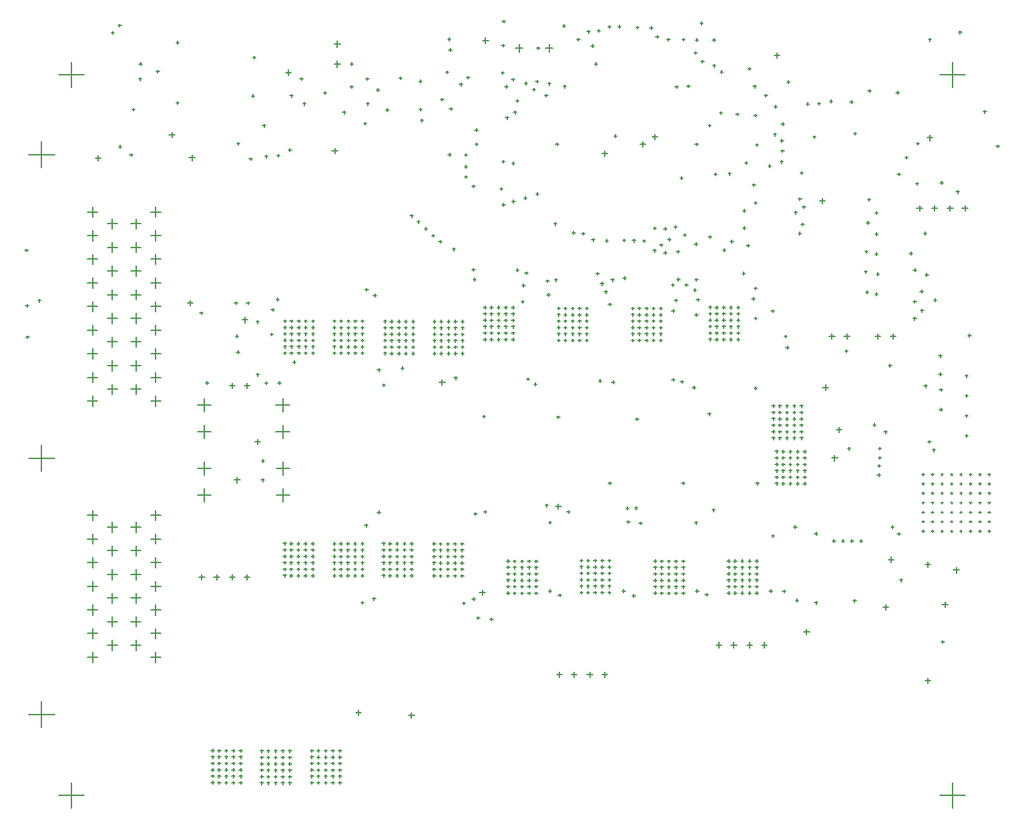
<source format=gbr>
%TF.GenerationSoftware,Altium Limited,Altium Designer,19.1.8 (144)*%
G04 Layer_Color=128*
%FSLAX26Y26*%
%MOIN*%
%TF.FileFunction,Drillmap*%
%TF.Part,Single*%
G01*
G75*
%TA.AperFunction,NonConductor*%
%ADD135C,0.005000*%
D135*
X695276Y2269685D02*
X746457D01*
X720866Y2244095D02*
Y2295276D01*
X695276Y2387795D02*
X746457D01*
X720866Y2362205D02*
Y2413386D01*
X695276Y2505905D02*
X746457D01*
X720866Y2480315D02*
Y2531496D01*
X695276Y2624016D02*
X746457D01*
X720866Y2598425D02*
Y2649606D01*
X695276Y2742126D02*
X746457D01*
X720866Y2716535D02*
Y2767716D01*
X695276Y2860236D02*
X746457D01*
X720866Y2834646D02*
Y2885827D01*
X695276Y2978347D02*
X746457D01*
X720866Y2952756D02*
Y3003937D01*
X695276Y3096457D02*
X746457D01*
X720866Y3070866D02*
Y3122047D01*
X695276Y3214567D02*
X746457D01*
X720866Y3188976D02*
Y3240157D01*
X596850Y2328740D02*
X648031D01*
X622441Y2303150D02*
Y2354331D01*
X596850Y2446850D02*
X648031D01*
X622441Y2421260D02*
Y2472441D01*
X596850Y2564961D02*
X648031D01*
X622441Y2539370D02*
Y2590551D01*
X596850Y2683071D02*
X648031D01*
X622441Y2657480D02*
Y2708661D01*
X596850Y2801181D02*
X648031D01*
X622441Y2775591D02*
Y2826772D01*
X596850Y2919291D02*
X648031D01*
X622441Y2893701D02*
Y2944882D01*
X596850Y3037402D02*
X648031D01*
X622441Y3011811D02*
Y3062992D01*
X596850Y3155512D02*
X648031D01*
X622441Y3129921D02*
Y3181102D01*
X478740Y2328740D02*
X529921D01*
X504331Y2303150D02*
Y2354331D01*
X478740Y2446850D02*
X529921D01*
X504331Y2421260D02*
Y2472441D01*
X478740Y2564961D02*
X529921D01*
X504331Y2539370D02*
Y2590551D01*
X478740Y2683071D02*
X529921D01*
X504331Y2657480D02*
Y2708661D01*
X478740Y2801181D02*
X529921D01*
X504331Y2775591D02*
Y2826772D01*
X478740Y2919291D02*
X529921D01*
X504331Y2893701D02*
Y2944882D01*
X478740Y3037402D02*
X529921D01*
X504331Y3011811D02*
Y3062992D01*
X478740Y3155512D02*
X529921D01*
X504331Y3129921D02*
Y3181102D01*
X380315Y2269685D02*
X431496D01*
X405906Y2244095D02*
Y2295276D01*
X380315Y2387795D02*
X431496D01*
X405906Y2362205D02*
Y2413386D01*
X380315Y2505905D02*
X431496D01*
X405906Y2480315D02*
Y2531496D01*
X380315Y2624016D02*
X431496D01*
X405906Y2598425D02*
Y2649606D01*
X380315Y2742126D02*
X431496D01*
X405906Y2716535D02*
Y2767716D01*
X380315Y2860236D02*
X431496D01*
X405906Y2834646D02*
Y2885827D01*
X380315Y2978347D02*
X431496D01*
X405906Y2952756D02*
Y3003937D01*
X380315Y3096457D02*
X431496D01*
X405906Y3070866D02*
Y3122047D01*
X380315Y3214567D02*
X431496D01*
X405906Y3188976D02*
Y3240157D01*
X85039Y704724D02*
X214961D01*
X150000Y639764D02*
Y769685D01*
X380315Y1698819D02*
X431496D01*
X405906Y1673228D02*
Y1724409D01*
X380315Y1580709D02*
X431496D01*
X405906Y1555118D02*
Y1606299D01*
X380315Y1462599D02*
X431496D01*
X405906Y1437008D02*
Y1488189D01*
X380315Y1344488D02*
X431496D01*
X405906Y1318898D02*
Y1370079D01*
X380315Y1226378D02*
X431496D01*
X405906Y1200787D02*
Y1251968D01*
X380315Y1108268D02*
X431496D01*
X405906Y1082677D02*
Y1133858D01*
X380315Y990158D02*
X431496D01*
X405906Y964567D02*
Y1015748D01*
X478740Y1639764D02*
X529921D01*
X504331Y1614173D02*
Y1665354D01*
X478740Y1521654D02*
X529921D01*
X504331Y1496063D02*
Y1547244D01*
X478740Y1403543D02*
X529921D01*
X504331Y1377953D02*
Y1429134D01*
X478740Y1285433D02*
X529921D01*
X504331Y1259843D02*
Y1311024D01*
X478740Y1167323D02*
X529921D01*
X504331Y1141732D02*
Y1192913D01*
X478740Y1049213D02*
X529921D01*
X504331Y1023622D02*
Y1074803D01*
X596850Y1639764D02*
X648031D01*
X622441Y1614173D02*
Y1665354D01*
X596850Y1521654D02*
X648031D01*
X622441Y1496063D02*
Y1547244D01*
X596850Y1403543D02*
X648031D01*
X622441Y1377953D02*
Y1429134D01*
X596850Y1285433D02*
X648031D01*
X622441Y1259843D02*
Y1311024D01*
X596850Y1167323D02*
X648031D01*
X622441Y1141732D02*
Y1192913D01*
X596850Y1049213D02*
X648031D01*
X622441Y1023622D02*
Y1074803D01*
X695276Y1698819D02*
X746457D01*
X720866Y1673228D02*
Y1724409D01*
X695276Y1580709D02*
X746457D01*
X720866Y1555118D02*
Y1606299D01*
X695276Y1462599D02*
X746457D01*
X720866Y1437008D02*
Y1488189D01*
X695276Y1344488D02*
X746457D01*
X720866Y1318898D02*
Y1370079D01*
X695276Y1226378D02*
X746457D01*
X720866Y1200787D02*
Y1251968D01*
X695276Y1108268D02*
X746457D01*
X720866Y1082677D02*
Y1133858D01*
X695276Y990158D02*
X746457D01*
X720866Y964567D02*
Y1015748D01*
X85039Y1984252D02*
X214961D01*
X150000Y1919291D02*
Y2049213D01*
X85039Y3500000D02*
X214961D01*
X150000Y3435039D02*
Y3564961D01*
X931260Y1933022D02*
X998189D01*
X964724Y1899557D02*
Y1966486D01*
X1321811Y1933022D02*
X1388740D01*
X1355276Y1899557D02*
Y1966486D01*
X931260Y1799163D02*
X998189D01*
X964724Y1765699D02*
Y1832628D01*
X1321811Y1799163D02*
X1388740D01*
X1355276Y1765699D02*
Y1832628D01*
X930984Y2250000D02*
X997913D01*
X964449Y2216535D02*
Y2283465D01*
X1321535Y2250000D02*
X1388465D01*
X1355000Y2216535D02*
Y2283465D01*
X930984Y2116142D02*
X997913D01*
X964449Y2082677D02*
Y2149606D01*
X1321535Y2116142D02*
X1388465D01*
X1355000Y2082677D02*
Y2149606D01*
X2515315Y4033000D02*
X2554685D01*
X2535000Y4013315D02*
Y4052685D01*
X2665315Y4033000D02*
X2704685D01*
X2685000Y4013315D02*
Y4052685D01*
X4637500Y3900000D02*
X4762500D01*
X4700000Y3837500D02*
Y3962500D01*
X4637500Y300000D02*
X4762500D01*
X4700000Y237500D02*
Y362500D01*
X237500Y300000D02*
X362500D01*
X300000Y237500D02*
Y362500D01*
X237500Y3900000D02*
X362500D01*
X300000Y3837500D02*
Y3962500D01*
X1612252Y3953449D02*
X1643748D01*
X1628000Y3937701D02*
Y3969197D01*
X1612252Y4053449D02*
X1643748D01*
X1628000Y4037701D02*
Y4069197D01*
X4736406Y1761900D02*
X4748217D01*
X4742312Y1755995D02*
Y1767805D01*
X4736406Y1809144D02*
X4748217D01*
X4742312Y1803239D02*
Y1815050D01*
X4736406Y1856388D02*
X4748217D01*
X4742312Y1850483D02*
Y1862294D01*
X4736406Y1903632D02*
X4748217D01*
X4742312Y1897727D02*
Y1909538D01*
X4736406Y1714656D02*
X4748217D01*
X4742312Y1708750D02*
Y1720561D01*
X4736406Y1667412D02*
X4748217D01*
X4742312Y1661506D02*
Y1673317D01*
X4736406Y1620168D02*
X4748217D01*
X4742312Y1614262D02*
Y1626073D01*
X4783650Y1620168D02*
X4795461D01*
X4789556Y1614262D02*
Y1626073D01*
X4783650Y1667412D02*
X4795461D01*
X4789556Y1661506D02*
Y1673317D01*
X4783650Y1714656D02*
X4795461D01*
X4789556Y1708750D02*
Y1720561D01*
X4783650Y1903632D02*
X4795461D01*
X4789556Y1897727D02*
Y1909538D01*
X4783650Y1856388D02*
X4795461D01*
X4789556Y1850483D02*
Y1862294D01*
X4783650Y1809144D02*
X4795461D01*
X4789556Y1803239D02*
Y1815050D01*
X4783650Y1761900D02*
X4795461D01*
X4789556Y1755995D02*
Y1767805D01*
X4830895Y1620168D02*
X4842706D01*
X4836800Y1614262D02*
Y1626073D01*
X4830895Y1667412D02*
X4842706D01*
X4836800Y1661506D02*
Y1673317D01*
X4830895Y1714656D02*
X4842706D01*
X4836800Y1708750D02*
Y1720561D01*
X4830895Y1903632D02*
X4842706D01*
X4836800Y1897727D02*
Y1909538D01*
X4830895Y1856388D02*
X4842706D01*
X4836800Y1850483D02*
Y1862294D01*
X4830895Y1809144D02*
X4842706D01*
X4836800Y1803239D02*
Y1815050D01*
X4830895Y1761900D02*
X4842706D01*
X4836800Y1755995D02*
Y1767805D01*
X4878139Y1620168D02*
X4889950D01*
X4884044Y1614262D02*
Y1626073D01*
X4878139Y1667412D02*
X4889950D01*
X4884044Y1661506D02*
Y1673317D01*
X4878139Y1714656D02*
X4889950D01*
X4884044Y1708750D02*
Y1720561D01*
X4878139Y1903632D02*
X4889950D01*
X4884044Y1897727D02*
Y1909538D01*
X4878139Y1856388D02*
X4889950D01*
X4884044Y1850483D02*
Y1862294D01*
X4878139Y1809144D02*
X4889950D01*
X4884044Y1803239D02*
Y1815050D01*
X4878139Y1761900D02*
X4889950D01*
X4884044Y1755995D02*
Y1767805D01*
X4689162Y1620168D02*
X4700973D01*
X4695068Y1614262D02*
Y1626073D01*
X4689162Y1667412D02*
X4700973D01*
X4695068Y1661506D02*
Y1673317D01*
X4689162Y1714656D02*
X4700973D01*
X4695068Y1708750D02*
Y1720561D01*
X4689162Y1903632D02*
X4700973D01*
X4695068Y1897727D02*
Y1909538D01*
X4689162Y1856388D02*
X4700973D01*
X4695068Y1850483D02*
Y1862294D01*
X4689162Y1809144D02*
X4700973D01*
X4695068Y1803239D02*
Y1815050D01*
X4689162Y1761900D02*
X4700973D01*
X4695068Y1755995D02*
Y1767805D01*
X4641918Y1620168D02*
X4653729D01*
X4647824Y1614262D02*
Y1626073D01*
X4641918Y1667412D02*
X4653729D01*
X4647824Y1661506D02*
Y1673317D01*
X4641918Y1714656D02*
X4653729D01*
X4647824Y1708750D02*
Y1720561D01*
X4641918Y1903632D02*
X4653729D01*
X4647824Y1897727D02*
Y1909538D01*
X4641918Y1856388D02*
X4653729D01*
X4647824Y1850483D02*
Y1862294D01*
X4641918Y1809144D02*
X4653729D01*
X4647824Y1803239D02*
Y1815050D01*
X4641918Y1761900D02*
X4653729D01*
X4647824Y1755995D02*
Y1767805D01*
X4594674Y1620168D02*
X4606485D01*
X4600580Y1614262D02*
Y1626073D01*
X4594674Y1667412D02*
X4606485D01*
X4600580Y1661506D02*
Y1673317D01*
X4594674Y1714656D02*
X4606485D01*
X4600580Y1708750D02*
Y1720561D01*
X4594674Y1903632D02*
X4606485D01*
X4600580Y1897727D02*
Y1909538D01*
X4594674Y1856388D02*
X4606485D01*
X4600580Y1850483D02*
Y1862294D01*
X4594674Y1809144D02*
X4606485D01*
X4600580Y1803239D02*
Y1815050D01*
X4594674Y1761900D02*
X4606485D01*
X4600580Y1755995D02*
Y1767805D01*
X4547430Y1620168D02*
X4559241D01*
X4553336Y1614262D02*
Y1626073D01*
X4547430Y1667412D02*
X4559241D01*
X4553336Y1661506D02*
Y1673317D01*
X4547430Y1714656D02*
X4559241D01*
X4553336Y1708750D02*
Y1720561D01*
X4547430Y1903632D02*
X4559241D01*
X4553336Y1897727D02*
Y1909538D01*
X4547430Y1856388D02*
X4559241D01*
X4553336Y1850483D02*
Y1862294D01*
X4547430Y1809144D02*
X4559241D01*
X4553336Y1803239D02*
Y1815050D01*
X4547430Y1761900D02*
X4559241D01*
X4553336Y1755995D02*
Y1767805D01*
X2623400Y4033300D02*
X2638400D01*
X2630900Y4025800D02*
Y4040800D01*
X3708600Y2682400D02*
X3723600D01*
X3716100Y2674900D02*
Y2689900D01*
X3298000Y2721400D02*
X3313000D01*
X3305500Y2713900D02*
Y2728900D01*
X2545000Y2766200D02*
X2560000D01*
X2552500Y2758700D02*
Y2773700D01*
X1828045Y2425500D02*
X1843045D01*
X1835545Y2418000D02*
Y2433000D01*
X2965500Y3071100D02*
X2980500D01*
X2973000Y3063600D02*
Y3078600D01*
X2897700Y3075300D02*
X2912700D01*
X2905200Y3067800D02*
Y3082800D01*
X2203000Y3028400D02*
X2218000D01*
X2210500Y3020900D02*
Y3035900D01*
X2500500Y3268000D02*
X2515500D01*
X2508000Y3260500D02*
Y3275500D01*
X2559500Y3284000D02*
X2574500D01*
X2567000Y3276500D02*
Y3291500D01*
X4269900Y3161200D02*
X4284900D01*
X4277400Y3153700D02*
Y3168700D01*
X4265500Y2814400D02*
X4280500D01*
X4273000Y2806900D02*
Y2821900D01*
X4318700Y2904300D02*
X4333700D01*
X4326200Y2896800D02*
Y2911800D01*
X4258700Y2916000D02*
X4273700D01*
X4266200Y2908500D02*
Y2923500D01*
X4311700Y3210600D02*
X4326700D01*
X4319200Y3203100D02*
Y3218100D01*
X4145067Y1570800D02*
X4160067D01*
X4152567Y1563300D02*
Y1578300D01*
X2979500Y1473000D02*
X2994500D01*
X2987000Y1465500D02*
Y1480500D01*
X4100000Y1570800D02*
X4115000D01*
X4107500Y1563300D02*
Y1578300D01*
X2613500Y1470500D02*
X2628500D01*
X2621000Y1463000D02*
Y1478000D01*
X4190133Y1570800D02*
X4205133D01*
X4197633Y1563300D02*
Y1578300D01*
X3347500Y1470117D02*
X3362500D01*
X3355000Y1462617D02*
Y1477617D01*
X4262800Y3016000D02*
X4277800D01*
X4270300Y3008500D02*
Y3023500D01*
X4235200Y1570800D02*
X4250200D01*
X4242700Y1563300D02*
Y1578300D01*
X3714500Y1470896D02*
X3729500D01*
X3722000Y1463396D02*
Y1478396D01*
X3868200Y2537800D02*
X3883200D01*
X3875700Y2530300D02*
Y2545300D01*
X4161900Y2520300D02*
X4176900D01*
X4169400Y2512800D02*
Y2527800D01*
X4388300Y2593900D02*
X4416300D01*
X4402300Y2579900D02*
Y2607900D01*
X3795300Y1596100D02*
X3810300D01*
X3802800Y1588600D02*
Y1603600D01*
X3909100Y3211700D02*
X3924100D01*
X3916600Y3204200D02*
Y3219200D01*
X3949900Y3239600D02*
X3964900D01*
X3957400Y3232100D02*
Y3247100D01*
X3944000Y3153100D02*
X3959000D01*
X3951500Y3145600D02*
Y3160600D01*
X3851500Y1320000D02*
X3866500D01*
X3859000Y1312500D02*
Y1327500D01*
X3929600Y3107700D02*
X3944600D01*
X3937100Y3100200D02*
Y3115200D01*
X3464500Y1303000D02*
X3479500D01*
X3472000Y1295500D02*
Y1310500D01*
X2731500Y1300000D02*
X2746500D01*
X2739000Y1292500D02*
Y1307500D01*
X3100500Y1298000D02*
X3115500D01*
X3108000Y1290500D02*
Y1305500D01*
X3859400Y2593400D02*
X3874400D01*
X3866900Y2585900D02*
Y2600900D01*
X3794500Y2720000D02*
X3809500D01*
X3802000Y2712500D02*
Y2727500D01*
X3930000Y3280100D02*
X3945000D01*
X3937500Y3272600D02*
Y3287600D01*
X4312600Y3004300D02*
X4327600D01*
X4320100Y2996800D02*
Y3011800D01*
X4157803Y2594000D02*
X4185803D01*
X4171803Y2580000D02*
Y2608000D01*
X4083803Y2594000D02*
X4111803D01*
X4097803Y2580000D02*
Y2608000D01*
X3607000Y1438896D02*
X3622000D01*
X3614500Y1431396D02*
Y1446396D01*
X3574500Y1439396D02*
X3589500D01*
X3582000Y1431896D02*
Y1446896D01*
X3643000Y1438896D02*
X3658000D01*
X3650500Y1431396D02*
Y1446396D01*
X3678500Y1438896D02*
X3693500D01*
X3686000Y1431396D02*
Y1446396D01*
X3714500Y1438896D02*
X3729500D01*
X3722000Y1431396D02*
Y1446396D01*
X3678500Y1470896D02*
X3693500D01*
X3686000Y1463396D02*
Y1478396D01*
X3607000Y1470896D02*
X3622000D01*
X3614500Y1463396D02*
Y1478396D01*
X4561900Y873600D02*
X4589900D01*
X4575900Y859600D02*
Y887600D01*
X3916500Y1274000D02*
X3931500D01*
X3924000Y1266500D02*
Y1281500D01*
X3957200Y1116200D02*
X3985200D01*
X3971200Y1102200D02*
Y1130200D01*
X4561600Y1453680D02*
X4589600D01*
X4575600Y1439680D02*
Y1467680D01*
X4379500Y1477780D02*
X4407500D01*
X4393500Y1463780D02*
Y1491780D01*
X3117000Y2180200D02*
X3132000D01*
X3124500Y2172700D02*
Y2187700D01*
X3477500Y2205200D02*
X3492500D01*
X3485000Y2197700D02*
Y2212700D01*
X2724000Y2189900D02*
X2739000D01*
X2731500Y2182400D02*
Y2197400D01*
X2352100Y2193000D02*
X2367100D01*
X2359600Y2185500D02*
Y2200500D01*
X3707500Y3696000D02*
X3722500D01*
X3715000Y3688500D02*
Y3703500D01*
X3414200Y3553600D02*
X3429200D01*
X3421700Y3546100D02*
Y3561100D01*
X2717900Y3552500D02*
X2732900D01*
X2725400Y3545000D02*
Y3560000D01*
X4312600Y2804300D02*
X4327600D01*
X4320100Y2796800D02*
Y2811800D01*
X4538100Y2817900D02*
X4553100D01*
X4545600Y2810400D02*
Y2825400D01*
X4504000Y2767100D02*
X4519000D01*
X4511500Y2759600D02*
Y2774600D01*
X4539900Y2722100D02*
X4554900D01*
X4547400Y2714600D02*
Y2729600D01*
X4503600Y2682200D02*
X4518600D01*
X4511100Y2674700D02*
Y2689700D01*
X4380500Y2447400D02*
X4395500D01*
X4388000Y2439900D02*
Y2454900D01*
X3586000Y2610000D02*
X3601000D01*
X3593500Y2602500D02*
Y2617500D01*
X3622000Y2610000D02*
X3637000D01*
X3629500Y2602500D02*
Y2617500D01*
X3622000Y2578000D02*
X3637000D01*
X3629500Y2570500D02*
Y2585500D01*
X3586000Y2642000D02*
X3601000D01*
X3593500Y2634500D02*
Y2649500D01*
X3622000Y2642000D02*
X3637000D01*
X3629500Y2634500D02*
Y2649500D01*
X3550500Y2610000D02*
X3565500D01*
X3558000Y2602500D02*
Y2617500D01*
X3586000Y2578000D02*
X3601000D01*
X3593500Y2570500D02*
Y2585500D01*
X4605200Y2774400D02*
X4620200D01*
X4612700Y2766900D02*
Y2781900D01*
X2979500Y1441000D02*
X2994500D01*
X2987000Y1433500D02*
Y1448500D01*
X2943500Y1473000D02*
X2958500D01*
X2951000Y1465500D02*
Y1480500D01*
X2943500Y1441000D02*
X2958500D01*
X2951000Y1433500D02*
Y1448500D01*
X2908000Y1441000D02*
X2923000D01*
X2915500Y1433500D02*
Y1448500D01*
X2908000Y1473000D02*
X2923000D01*
X2915500Y1465500D02*
Y1480500D01*
X2839500Y1473500D02*
X2854500D01*
X2847000Y1466000D02*
Y1481000D01*
X2839500Y1441500D02*
X2854500D01*
X2847000Y1434000D02*
Y1449000D01*
X2872000Y1473000D02*
X2887000D01*
X2879500Y1465500D02*
Y1480500D01*
X3622000Y2738000D02*
X3637000D01*
X3629500Y2730500D02*
Y2745500D01*
X2866524Y2733000D02*
X2881524D01*
X2874024Y2725500D02*
Y2740500D01*
X2497500Y2737500D02*
X2512500D01*
X2505000Y2730000D02*
Y2745000D01*
X3235650Y2733000D02*
X3250650D01*
X3243150Y2725500D02*
Y2740500D01*
X4312600Y3104300D02*
X4327600D01*
X4320100Y3096800D02*
Y3111800D01*
X3240000Y1374117D02*
X3255000D01*
X3247500Y1366617D02*
Y1381617D01*
X3207500Y1374617D02*
X3222500D01*
X3215000Y1367117D02*
Y1382117D01*
X3207500Y1438617D02*
X3222500D01*
X3215000Y1431117D02*
Y1446117D01*
X3207500Y1406617D02*
X3222500D01*
X3215000Y1399117D02*
Y1414117D01*
X3276000Y1406117D02*
X3291000D01*
X3283500Y1398617D02*
Y1413617D01*
X3240000Y1406117D02*
X3255000D01*
X3247500Y1398617D02*
Y1413617D01*
X3240000Y1470117D02*
X3255000D01*
X3247500Y1462617D02*
Y1477617D01*
X3240000Y1438117D02*
X3255000D01*
X3247500Y1430617D02*
Y1445617D01*
X3311500Y1438117D02*
X3326500D01*
X3319000Y1430617D02*
Y1445617D01*
X3276000Y1438117D02*
X3291000D01*
X3283500Y1430617D02*
Y1445617D01*
X3276000Y1470117D02*
X3291000D01*
X3283500Y1462617D02*
Y1477617D01*
X3207500Y1470617D02*
X3222500D01*
X3215000Y1463117D02*
Y1478117D01*
X3574500Y1407396D02*
X3589500D01*
X3582000Y1399896D02*
Y1414896D01*
X3607000Y1406896D02*
X3622000D01*
X3614500Y1399396D02*
Y1414396D01*
X3574500Y1375396D02*
X3589500D01*
X3582000Y1367896D02*
Y1382896D01*
X3643000Y1470896D02*
X3658000D01*
X3650500Y1463396D02*
Y1478396D01*
X3574500Y1471396D02*
X3589500D01*
X3582000Y1463896D02*
Y1478896D01*
X2980798Y1859502D02*
X2995798D01*
X2988298Y1852002D02*
Y1867002D01*
X2665800Y1748700D02*
X2680800D01*
X2673300Y1741200D02*
Y1756200D01*
X3348219Y1860519D02*
X3363219D01*
X3355719Y1853019D02*
Y1868019D01*
X3717700Y1858900D02*
X3732700D01*
X3725200Y1851400D02*
Y1866400D01*
X4358100Y2115500D02*
X4373100D01*
X4365600Y2108000D02*
Y2123000D01*
X1764600Y1648200D02*
X1779600D01*
X1772100Y1640700D02*
Y1655700D01*
X3830500Y2117000D02*
X3845500D01*
X3838000Y2109500D02*
Y2124500D01*
X3830500Y2085000D02*
X3845500D01*
X3838000Y2077500D02*
Y2092500D01*
X3866500Y2085000D02*
X3881500D01*
X3874000Y2077500D02*
Y2092500D01*
X3814500Y1858193D02*
X3829500D01*
X3822000Y1850693D02*
Y1865693D01*
X3814500Y1890193D02*
X3829500D01*
X3822000Y1882693D02*
Y1897693D01*
X3847000Y1889693D02*
X3862000D01*
X3854500Y1882193D02*
Y1897193D01*
X3847000Y1857693D02*
X3862000D01*
X3854500Y1850193D02*
Y1865193D01*
X3847000Y1921693D02*
X3862000D01*
X3854500Y1914193D02*
Y1929193D01*
X3814500Y1922193D02*
X3829500D01*
X3822000Y1914693D02*
Y1929693D01*
X3954500Y1985693D02*
X3969500D01*
X3962000Y1978193D02*
Y1993193D01*
X3954500Y2017693D02*
X3969500D01*
X3962000Y2010193D02*
Y2025193D01*
X3918500Y1985693D02*
X3933500D01*
X3926000Y1978193D02*
Y1993193D01*
X3883000Y1985693D02*
X3898000D01*
X3890500Y1978193D02*
Y1993193D01*
X3918500Y2017693D02*
X3933500D01*
X3926000Y2010193D02*
Y2025193D01*
X4326200Y1946800D02*
X4341200D01*
X4333700Y1939300D02*
Y1954300D01*
X4324800Y1901200D02*
X4339800D01*
X4332300Y1893700D02*
Y1908700D01*
X2246500Y2507500D02*
X2261500D01*
X2254000Y2500000D02*
Y2515000D01*
X1746500Y2509000D02*
X1761500D01*
X1754000Y2501500D02*
Y2516500D01*
X1745000Y1557543D02*
X1760000D01*
X1752500Y1550043D02*
Y1565043D01*
X2243500Y1557000D02*
X2258500D01*
X2251000Y1549500D02*
Y1564500D01*
X4328800Y2032500D02*
X4343800D01*
X4336300Y2025000D02*
Y2040000D01*
X4328800Y1986900D02*
X4343800D01*
X4336300Y1979400D02*
Y1994400D01*
X4302000Y2151200D02*
X4317000D01*
X4309500Y2143700D02*
Y2158700D01*
X4557800Y2344900D02*
X4572800D01*
X4565300Y2337400D02*
Y2352400D01*
X3954500Y1953693D02*
X3969500D01*
X3962000Y1946193D02*
Y1961193D01*
X3918500Y1953693D02*
X3933500D01*
X3926000Y1946193D02*
Y1961193D01*
X3883000Y1953693D02*
X3898000D01*
X3890500Y1946193D02*
Y1961193D01*
X3847000Y1953693D02*
X3862000D01*
X3854500Y1946193D02*
Y1961193D01*
X3847000Y1985693D02*
X3862000D01*
X3854500Y1978193D02*
Y1993193D01*
X3814500Y1954193D02*
X3829500D01*
X3822000Y1946693D02*
Y1961693D01*
X4051000Y2337800D02*
X4079000D01*
X4065000Y2323800D02*
Y2351800D01*
X3297500Y2376000D02*
X3312500D01*
X3305000Y2368500D02*
Y2383500D01*
X3798000Y2245500D02*
X3813000D01*
X3805500Y2238000D02*
Y2253000D01*
X3798000Y2213500D02*
X3813000D01*
X3805500Y2206000D02*
Y2221000D01*
X3830500Y2245000D02*
X3845500D01*
X3838000Y2237500D02*
Y2252500D01*
X3830500Y2213000D02*
X3845500D01*
X3838000Y2205500D02*
Y2220500D01*
X3866500Y2245000D02*
X3881500D01*
X3874000Y2237500D02*
Y2252500D01*
X3938000Y2213000D02*
X3953000D01*
X3945500Y2205500D02*
Y2220500D01*
X3866500Y2213000D02*
X3881500D01*
X3874000Y2205500D02*
Y2220500D01*
X3902000Y2245000D02*
X3917000D01*
X3909500Y2237500D02*
Y2252500D01*
X3902000Y2213000D02*
X3917000D01*
X3909500Y2205500D02*
Y2220500D01*
X1859000Y2668500D02*
X1874000D01*
X1866500Y2661000D02*
Y2676000D01*
X1891500Y2668000D02*
X1906500D01*
X1899000Y2660500D02*
Y2675500D01*
X1859000Y2636500D02*
X1874000D01*
X1866500Y2629000D02*
Y2644000D01*
X1891500Y2636000D02*
X1906500D01*
X1899000Y2628500D02*
Y2643500D01*
X1859000Y2604500D02*
X1874000D01*
X1866500Y2597000D02*
Y2612000D01*
X1891500Y2604000D02*
X1906500D01*
X1899000Y2596500D02*
Y2611500D01*
X1859000Y2572500D02*
X1874000D01*
X1866500Y2565000D02*
Y2580000D01*
X1891500Y2572000D02*
X1906500D01*
X1899000Y2564500D02*
Y2579500D01*
X1859000Y2540500D02*
X1874000D01*
X1866500Y2533000D02*
Y2548000D01*
X1891500Y2540000D02*
X1906500D01*
X1899000Y2532500D02*
Y2547500D01*
X1859000Y2508500D02*
X1874000D01*
X1866500Y2501000D02*
Y2516000D01*
X1927500Y2668000D02*
X1942500D01*
X1935000Y2660500D02*
Y2675500D01*
X1927500Y2636000D02*
X1942500D01*
X1935000Y2628500D02*
Y2643500D01*
X1927500Y2604000D02*
X1942500D01*
X1935000Y2596500D02*
Y2611500D01*
X1927500Y2572000D02*
X1942500D01*
X1935000Y2564500D02*
Y2579500D01*
X1927500Y2540000D02*
X1942500D01*
X1935000Y2532500D02*
Y2547500D01*
X1891500Y2508000D02*
X1906500D01*
X1899000Y2500500D02*
Y2515500D01*
X1963000Y2668000D02*
X1978000D01*
X1970500Y2660500D02*
Y2675500D01*
X1999000Y2668000D02*
X2014000D01*
X2006500Y2660500D02*
Y2675500D01*
X1963000Y2636000D02*
X1978000D01*
X1970500Y2628500D02*
Y2643500D01*
X1999000Y2636000D02*
X2014000D01*
X2006500Y2628500D02*
Y2643500D01*
X2137300Y2363037D02*
X2165300D01*
X2151300Y2349037D02*
Y2377037D01*
X1999000Y2604000D02*
X2014000D01*
X2006500Y2596500D02*
Y2611500D01*
X1963000Y2572000D02*
X1978000D01*
X1970500Y2564500D02*
Y2579500D01*
X1963000Y2540000D02*
X1978000D01*
X1970500Y2532500D02*
Y2547500D01*
X1927500Y2508000D02*
X1942500D01*
X1935000Y2500500D02*
Y2515500D01*
X4576900Y2066000D02*
X4591900D01*
X4584400Y2058500D02*
Y2073500D01*
X4599500Y2025000D02*
X4614500D01*
X4607000Y2017500D02*
Y2032500D01*
X4644000Y1066000D02*
X4659000D01*
X4651500Y1058500D02*
Y1073500D01*
X3257500Y3131000D02*
X3272500D01*
X3265000Y3123500D02*
Y3138500D01*
X3152500Y3069000D02*
X3167500D01*
X3160000Y3061500D02*
Y3076500D01*
X3205500Y3133000D02*
X3220500D01*
X3213000Y3125500D02*
Y3140500D01*
X3101200Y3071800D02*
X3116200D01*
X3108700Y3064300D02*
Y3079300D01*
X3052500Y3073510D02*
X3067500D01*
X3060000Y3066010D02*
Y3081010D01*
X3938000Y2117000D02*
X3953000D01*
X3945500Y2109500D02*
Y2124500D01*
X3866500Y2117000D02*
X3881500D01*
X3874000Y2109500D02*
Y2124500D01*
X3866500Y2181000D02*
X3881500D01*
X3874000Y2173500D02*
Y2188500D01*
X3798000Y2181500D02*
X3813000D01*
X3805500Y2174000D02*
Y2189000D01*
X3798000Y2085500D02*
X3813000D01*
X3805500Y2078000D02*
Y2093000D01*
X3902000Y2149000D02*
X3917000D01*
X3909500Y2141500D02*
Y2156500D01*
X3830500Y2181000D02*
X3845500D01*
X3838000Y2173500D02*
Y2188500D01*
X3798000Y2117500D02*
X3813000D01*
X3805500Y2110000D02*
Y2125000D01*
X3938000Y2245000D02*
X3953000D01*
X3945500Y2237500D02*
Y2252500D01*
X3938000Y2149000D02*
X3953000D01*
X3945500Y2141500D02*
Y2156500D01*
X3866500Y2149000D02*
X3881500D01*
X3874000Y2141500D02*
Y2156500D01*
X3798000Y2149500D02*
X3813000D01*
X3805500Y2142000D02*
Y2157000D01*
X3938000Y2181000D02*
X3953000D01*
X3945500Y2173500D02*
Y2188500D01*
X3902000Y2181000D02*
X3917000D01*
X3909500Y2173500D02*
Y2188500D01*
X3830500Y2149000D02*
X3845500D01*
X3838000Y2141500D02*
Y2156500D01*
X3902000Y2117000D02*
X3917000D01*
X3909500Y2109500D02*
Y2124500D01*
X2847500Y3106000D02*
X2862500D01*
X2855000Y3098500D02*
Y3113500D01*
X2708500Y3155000D02*
X2723500D01*
X2716000Y3147500D02*
Y3162500D01*
X4312400Y2593900D02*
X4340400D01*
X4326400Y2579900D02*
Y2607900D01*
X4762500Y2296000D02*
X4777500D01*
X4770000Y2288500D02*
Y2303500D01*
X4762500Y2096000D02*
X4777500D01*
X4770000Y2088500D02*
Y2103500D01*
X4762500Y2196000D02*
X4777500D01*
X4770000Y2188500D02*
Y2203500D01*
X4762500Y2395400D02*
X4777500D01*
X4770000Y2387900D02*
Y2402900D01*
X4631500Y2495000D02*
X4646500D01*
X4639000Y2487500D02*
Y2502500D01*
X3697500Y2781000D02*
X3712500D01*
X3705000Y2773500D02*
Y2788500D01*
X3648985Y2908015D02*
X3663985D01*
X3656485Y2900515D02*
Y2915515D01*
X3708500Y2833000D02*
X3723500D01*
X3716000Y2825500D02*
Y2840500D01*
X1152500Y2675000D02*
X1180500D01*
X1166500Y2661000D02*
Y2689000D01*
X1322223Y2778100D02*
X1337223D01*
X1329723Y2770600D02*
Y2785600D01*
X1526500Y363000D02*
X1541500D01*
X1534000Y355500D02*
Y370500D01*
X1526500Y395000D02*
X1541500D01*
X1534000Y387500D02*
Y402500D01*
X1526500Y427000D02*
X1541500D01*
X1534000Y419500D02*
Y434500D01*
X1526500Y459000D02*
X1541500D01*
X1534000Y451500D02*
Y466500D01*
X1526500Y491000D02*
X1541500D01*
X1534000Y483500D02*
Y498500D01*
X1526500Y523000D02*
X1541500D01*
X1534000Y515500D02*
Y530500D01*
X1562500Y523000D02*
X1577500D01*
X1570000Y515500D02*
Y530500D01*
X1562500Y491000D02*
X1577500D01*
X1570000Y483500D02*
Y498500D01*
X1562500Y459000D02*
X1577500D01*
X1570000Y451500D02*
Y466500D01*
X1562500Y427000D02*
X1577500D01*
X1570000Y419500D02*
Y434500D01*
X1562500Y395000D02*
X1577500D01*
X1570000Y387500D02*
Y402500D01*
X1562500Y363000D02*
X1577500D01*
X1570000Y355500D02*
Y370500D01*
X1634000Y363000D02*
X1649000D01*
X1641500Y355500D02*
Y370500D01*
X1634000Y395000D02*
X1649000D01*
X1641500Y387500D02*
Y402500D01*
X1634000Y427000D02*
X1649000D01*
X1641500Y419500D02*
Y434500D01*
X1634000Y459000D02*
X1649000D01*
X1641500Y451500D02*
Y466500D01*
X1634000Y491000D02*
X1649000D01*
X1641500Y483500D02*
Y498500D01*
X1634000Y523000D02*
X1649000D01*
X1641500Y515500D02*
Y530500D01*
X1598000Y523000D02*
X1613000D01*
X1605500Y515500D02*
Y530500D01*
X1598000Y491000D02*
X1613000D01*
X1605500Y483500D02*
Y498500D01*
X1598000Y459000D02*
X1613000D01*
X1605500Y451500D02*
Y466500D01*
X1598000Y427000D02*
X1613000D01*
X1605500Y419500D02*
Y434500D01*
X1598000Y395000D02*
X1613000D01*
X1605500Y387500D02*
Y402500D01*
X1598000Y363000D02*
X1613000D01*
X1605500Y355500D02*
Y370500D01*
X1494000Y363500D02*
X1509000D01*
X1501500Y356000D02*
Y371000D01*
X1494000Y395500D02*
X1509000D01*
X1501500Y388000D02*
Y403000D01*
X1494000Y427500D02*
X1509000D01*
X1501500Y420000D02*
Y435000D01*
X1494000Y459500D02*
X1509000D01*
X1501500Y452000D02*
Y467000D01*
X1494000Y491500D02*
X1509000D01*
X1501500Y484000D02*
Y499000D01*
X1494000Y523500D02*
X1509000D01*
X1501500Y516000D02*
Y531000D01*
X1276500Y361500D02*
X1291500D01*
X1284000Y354000D02*
Y369000D01*
X1276500Y393500D02*
X1291500D01*
X1284000Y386000D02*
Y401000D01*
X1276500Y425500D02*
X1291500D01*
X1284000Y418000D02*
Y433000D01*
X1276500Y457500D02*
X1291500D01*
X1284000Y450000D02*
Y465000D01*
X1276500Y489500D02*
X1291500D01*
X1284000Y482000D02*
Y497000D01*
X1276500Y521500D02*
X1291500D01*
X1284000Y514000D02*
Y529000D01*
X1312500Y521500D02*
X1327500D01*
X1320000Y514000D02*
Y529000D01*
X1312500Y489500D02*
X1327500D01*
X1320000Y482000D02*
Y497000D01*
X1312500Y457500D02*
X1327500D01*
X1320000Y450000D02*
Y465000D01*
X1312500Y425500D02*
X1327500D01*
X1320000Y418000D02*
Y433000D01*
X1312500Y393500D02*
X1327500D01*
X1320000Y386000D02*
Y401000D01*
X1312500Y361500D02*
X1327500D01*
X1320000Y354000D02*
Y369000D01*
X1384000Y361500D02*
X1399000D01*
X1391500Y354000D02*
Y369000D01*
X1384000Y393500D02*
X1399000D01*
X1391500Y386000D02*
Y401000D01*
X1384000Y425500D02*
X1399000D01*
X1391500Y418000D02*
Y433000D01*
X1384000Y457500D02*
X1399000D01*
X1391500Y450000D02*
Y465000D01*
X1384000Y489500D02*
X1399000D01*
X1391500Y482000D02*
Y497000D01*
X1384000Y521500D02*
X1399000D01*
X1391500Y514000D02*
Y529000D01*
X1348000Y521500D02*
X1363000D01*
X1355500Y514000D02*
Y529000D01*
X1348000Y489500D02*
X1363000D01*
X1355500Y482000D02*
Y497000D01*
X1348000Y457500D02*
X1363000D01*
X1355500Y450000D02*
Y465000D01*
X1348000Y425500D02*
X1363000D01*
X1355500Y418000D02*
Y433000D01*
X1348000Y393500D02*
X1363000D01*
X1355500Y386000D02*
Y401000D01*
X1348000Y361500D02*
X1363000D01*
X1355500Y354000D02*
Y369000D01*
X1244000Y362000D02*
X1259000D01*
X1251500Y354500D02*
Y369500D01*
X1244000Y394000D02*
X1259000D01*
X1251500Y386500D02*
Y401500D01*
X1244000Y426000D02*
X1259000D01*
X1251500Y418500D02*
Y433500D01*
X1244000Y458000D02*
X1259000D01*
X1251500Y450500D02*
Y465500D01*
X1244000Y490000D02*
X1259000D01*
X1251500Y482500D02*
Y497500D01*
X1244000Y522000D02*
X1259000D01*
X1251500Y514500D02*
Y529500D01*
X1030000Y363500D02*
X1045000D01*
X1037500Y356000D02*
Y371000D01*
X1030000Y395500D02*
X1045000D01*
X1037500Y388000D02*
Y403000D01*
X1030000Y427500D02*
X1045000D01*
X1037500Y420000D02*
Y435000D01*
X1030000Y459500D02*
X1045000D01*
X1037500Y452000D02*
Y467000D01*
X1030000Y491500D02*
X1045000D01*
X1037500Y484000D02*
Y499000D01*
X1030000Y523500D02*
X1045000D01*
X1037500Y516000D02*
Y531000D01*
X1066000Y523500D02*
X1081000D01*
X1073500Y516000D02*
Y531000D01*
X1066000Y491500D02*
X1081000D01*
X1073500Y484000D02*
Y499000D01*
X1066000Y459500D02*
X1081000D01*
X1073500Y452000D02*
Y467000D01*
X1066000Y427500D02*
X1081000D01*
X1073500Y420000D02*
Y435000D01*
X1066000Y395500D02*
X1081000D01*
X1073500Y388000D02*
Y403000D01*
X1066000Y363500D02*
X1081000D01*
X1073500Y356000D02*
Y371000D01*
X1137500Y363500D02*
X1152500D01*
X1145000Y356000D02*
Y371000D01*
X1137500Y395500D02*
X1152500D01*
X1145000Y388000D02*
Y403000D01*
X1137500Y427500D02*
X1152500D01*
X1145000Y420000D02*
Y435000D01*
X1137500Y459500D02*
X1152500D01*
X1145000Y452000D02*
Y467000D01*
X1137500Y491500D02*
X1152500D01*
X1145000Y484000D02*
Y499000D01*
X1137500Y523500D02*
X1152500D01*
X1145000Y516000D02*
Y531000D01*
X1101500Y523500D02*
X1116500D01*
X1109000Y516000D02*
Y531000D01*
X1101500Y491500D02*
X1116500D01*
X1109000Y484000D02*
Y499000D01*
X1101500Y459500D02*
X1116500D01*
X1109000Y452000D02*
Y467000D01*
X1101500Y427500D02*
X1116500D01*
X1109000Y420000D02*
Y435000D01*
X1101500Y395500D02*
X1116500D01*
X1109000Y388000D02*
Y403000D01*
X1101500Y363500D02*
X1116500D01*
X1109000Y356000D02*
Y371000D01*
X997500Y364000D02*
X1012500D01*
X1005000Y356500D02*
Y371500D01*
X997500Y396000D02*
X1012500D01*
X1005000Y388500D02*
Y403500D01*
X997500Y428000D02*
X1012500D01*
X1005000Y420500D02*
Y435500D01*
X997500Y460000D02*
X1012500D01*
X1005000Y452500D02*
Y467500D01*
X997500Y492000D02*
X1012500D01*
X1005000Y484500D02*
Y499500D01*
X997500Y524000D02*
X1012500D01*
X1005000Y516500D02*
Y531500D01*
X3847000Y2017693D02*
X3862000D01*
X3854500Y2010193D02*
Y2025193D01*
X3883000Y2017693D02*
X3898000D01*
X3890500Y2010193D02*
Y2025193D01*
X3883000Y1921693D02*
X3898000D01*
X3890500Y1914193D02*
Y1929193D01*
X3883000Y1889693D02*
X3898000D01*
X3890500Y1882193D02*
Y1897193D01*
X3883000Y1857693D02*
X3898000D01*
X3890500Y1850193D02*
Y1865193D01*
X3954500Y1857693D02*
X3969500D01*
X3962000Y1850193D02*
Y1865193D01*
X3954500Y1889693D02*
X3969500D01*
X3962000Y1882193D02*
Y1897193D01*
X3954500Y1921693D02*
X3969500D01*
X3962000Y1914193D02*
Y1929193D01*
X3918500Y1921693D02*
X3933500D01*
X3926000Y1914193D02*
Y1929193D01*
X3918500Y1889693D02*
X3933500D01*
X3926000Y1882193D02*
Y1897193D01*
X3918500Y1857693D02*
X3933500D01*
X3926000Y1850193D02*
Y1865193D01*
X3814500Y1986193D02*
X3829500D01*
X3822000Y1978693D02*
Y1993693D01*
X3814500Y2018193D02*
X3829500D01*
X3822000Y2010693D02*
Y2025693D01*
X3938000Y2085000D02*
X3953000D01*
X3945500Y2077500D02*
Y2092500D01*
X3902000Y2085000D02*
X3917000D01*
X3909500Y2077500D02*
Y2092500D01*
X2872000Y1313000D02*
X2887000D01*
X2879500Y1305500D02*
Y1320500D01*
X2872000Y1345000D02*
X2887000D01*
X2879500Y1337500D02*
Y1352500D01*
X2872000Y1377000D02*
X2887000D01*
X2879500Y1369500D02*
Y1384500D01*
X2872000Y1409000D02*
X2887000D01*
X2879500Y1401500D02*
Y1416500D01*
X2872000Y1441000D02*
X2887000D01*
X2879500Y1433500D02*
Y1448500D01*
X2908000Y1409000D02*
X2923000D01*
X2915500Y1401500D02*
Y1416500D01*
X2908000Y1377000D02*
X2923000D01*
X2915500Y1369500D02*
Y1384500D01*
X2908000Y1345000D02*
X2923000D01*
X2915500Y1337500D02*
Y1352500D01*
X2908000Y1313000D02*
X2923000D01*
X2915500Y1305500D02*
Y1320500D01*
X2979500Y1313000D02*
X2994500D01*
X2987000Y1305500D02*
Y1320500D01*
X2979500Y1345000D02*
X2994500D01*
X2987000Y1337500D02*
Y1352500D01*
X2979500Y1377000D02*
X2994500D01*
X2987000Y1369500D02*
Y1384500D01*
X2979500Y1409000D02*
X2994500D01*
X2987000Y1401500D02*
Y1416500D01*
X2943500Y1409000D02*
X2958500D01*
X2951000Y1401500D02*
Y1416500D01*
X2943500Y1377000D02*
X2958500D01*
X2951000Y1369500D02*
Y1384500D01*
X2943500Y1345000D02*
X2958500D01*
X2951000Y1337500D02*
Y1352500D01*
X2943500Y1313000D02*
X2958500D01*
X2951000Y1305500D02*
Y1320500D01*
X2839500Y1313500D02*
X2854500D01*
X2847000Y1306000D02*
Y1321000D01*
X2839500Y1345500D02*
X2854500D01*
X2847000Y1338000D02*
Y1353000D01*
X2839500Y1377500D02*
X2854500D01*
X2847000Y1370000D02*
Y1385000D01*
X2839500Y1409500D02*
X2854500D01*
X2847000Y1402000D02*
Y1417000D01*
X1673500Y1493543D02*
X1688500D01*
X1681000Y1486043D02*
Y1501043D01*
X1709000Y1493543D02*
X1724000D01*
X1716500Y1486043D02*
Y1501043D01*
X1709000Y1525543D02*
X1724000D01*
X1716500Y1518043D02*
Y1533043D01*
X1745000Y1525543D02*
X1760000D01*
X1752500Y1518043D02*
Y1533043D01*
X3482000Y2738500D02*
X3497000D01*
X3489500Y2731000D02*
Y2746000D01*
X3482000Y2706500D02*
X3497000D01*
X3489500Y2699000D02*
Y2714000D01*
X3482000Y2674500D02*
X3497000D01*
X3489500Y2667000D02*
Y2682000D01*
X3482000Y2642500D02*
X3497000D01*
X3489500Y2635000D02*
Y2650000D01*
X3482000Y2610500D02*
X3497000D01*
X3489500Y2603000D02*
Y2618000D01*
X3482000Y2578500D02*
X3497000D01*
X3489500Y2571000D02*
Y2586000D01*
X3586000Y2674000D02*
X3601000D01*
X3593500Y2666500D02*
Y2681500D01*
X3586000Y2706000D02*
X3601000D01*
X3593500Y2698500D02*
Y2713500D01*
X3586000Y2738000D02*
X3601000D01*
X3593500Y2730500D02*
Y2745500D01*
X3622000Y2706000D02*
X3637000D01*
X3629500Y2698500D02*
Y2713500D01*
X3622000Y2674000D02*
X3637000D01*
X3629500Y2666500D02*
Y2681500D01*
X3550500Y2578000D02*
X3565500D01*
X3558000Y2570500D02*
Y2585500D01*
X3550500Y2642000D02*
X3565500D01*
X3558000Y2634500D02*
Y2649500D01*
X3550500Y2674000D02*
X3565500D01*
X3558000Y2666500D02*
Y2681500D01*
X3550500Y2706000D02*
X3565500D01*
X3558000Y2698500D02*
Y2713500D01*
X3550500Y2738000D02*
X3565500D01*
X3558000Y2730500D02*
Y2745500D01*
X3514500Y2738000D02*
X3529500D01*
X3522000Y2730500D02*
Y2745500D01*
X3514500Y2706000D02*
X3529500D01*
X3522000Y2698500D02*
Y2713500D01*
X3514500Y2674000D02*
X3529500D01*
X3522000Y2666500D02*
Y2681500D01*
X3514500Y2642000D02*
X3529500D01*
X3522000Y2634500D02*
Y2649500D01*
X3514500Y2610000D02*
X3529500D01*
X3522000Y2602500D02*
Y2617500D01*
X3514500Y2578000D02*
X3529500D01*
X3522000Y2570500D02*
Y2585500D01*
X3095650Y2733500D02*
X3110650D01*
X3103150Y2726000D02*
Y2741000D01*
X3095650Y2701500D02*
X3110650D01*
X3103150Y2694000D02*
Y2709000D01*
X3095650Y2669500D02*
X3110650D01*
X3103150Y2662000D02*
Y2677000D01*
X3095650Y2637500D02*
X3110650D01*
X3103150Y2630000D02*
Y2645000D01*
X3095650Y2605500D02*
X3110650D01*
X3103150Y2598000D02*
Y2613000D01*
X3095650Y2573500D02*
X3110650D01*
X3103150Y2566000D02*
Y2581000D01*
X3199650Y2573000D02*
X3214650D01*
X3207150Y2565500D02*
Y2580500D01*
X3199650Y2605000D02*
X3214650D01*
X3207150Y2597500D02*
Y2612500D01*
X3199650Y2637000D02*
X3214650D01*
X3207150Y2629500D02*
Y2644500D01*
X3199650Y2669000D02*
X3214650D01*
X3207150Y2661500D02*
Y2676500D01*
X3199650Y2701000D02*
X3214650D01*
X3207150Y2693500D02*
Y2708500D01*
X3199650Y2733000D02*
X3214650D01*
X3207150Y2725500D02*
Y2740500D01*
X3235650Y2701000D02*
X3250650D01*
X3243150Y2693500D02*
Y2708500D01*
X3235650Y2669000D02*
X3250650D01*
X3243150Y2661500D02*
Y2676500D01*
X3235650Y2637000D02*
X3250650D01*
X3243150Y2629500D02*
Y2644500D01*
X3235650Y2605000D02*
X3250650D01*
X3243150Y2597500D02*
Y2612500D01*
X3235650Y2573000D02*
X3250650D01*
X3243150Y2565500D02*
Y2580500D01*
X3164150Y2573000D02*
X3179150D01*
X3171650Y2565500D02*
Y2580500D01*
X3164150Y2605000D02*
X3179150D01*
X3171650Y2597500D02*
Y2612500D01*
X3164150Y2637000D02*
X3179150D01*
X3171650Y2629500D02*
Y2644500D01*
X3164150Y2669000D02*
X3179150D01*
X3171650Y2661500D02*
Y2676500D01*
X3164150Y2701000D02*
X3179150D01*
X3171650Y2693500D02*
Y2708500D01*
X3164150Y2733000D02*
X3179150D01*
X3171650Y2725500D02*
Y2740500D01*
X3128150Y2733000D02*
X3143150D01*
X3135650Y2725500D02*
Y2740500D01*
X3128150Y2701000D02*
X3143150D01*
X3135650Y2693500D02*
Y2708500D01*
X3128150Y2669000D02*
X3143150D01*
X3135650Y2661500D02*
Y2676500D01*
X3128150Y2637000D02*
X3143150D01*
X3135650Y2629500D02*
Y2644500D01*
X3128150Y2605000D02*
X3143150D01*
X3135650Y2597500D02*
Y2612500D01*
X3128150Y2573000D02*
X3143150D01*
X3135650Y2565500D02*
Y2580500D01*
X2726524Y2733500D02*
X2741524D01*
X2734024Y2726000D02*
Y2741000D01*
X2726524Y2701500D02*
X2741524D01*
X2734024Y2694000D02*
Y2709000D01*
X2726524Y2669500D02*
X2741524D01*
X2734024Y2662000D02*
Y2677000D01*
X2726524Y2637500D02*
X2741524D01*
X2734024Y2630000D02*
Y2645000D01*
X2726524Y2605500D02*
X2741524D01*
X2734024Y2598000D02*
Y2613000D01*
X2726524Y2573500D02*
X2741524D01*
X2734024Y2566000D02*
Y2581000D01*
X2830524Y2573000D02*
X2845524D01*
X2838024Y2565500D02*
Y2580500D01*
X2830524Y2605000D02*
X2845524D01*
X2838024Y2597500D02*
Y2612500D01*
X2830524Y2637000D02*
X2845524D01*
X2838024Y2629500D02*
Y2644500D01*
X2830524Y2669000D02*
X2845524D01*
X2838024Y2661500D02*
Y2676500D01*
X2830524Y2701000D02*
X2845524D01*
X2838024Y2693500D02*
Y2708500D01*
X2830524Y2733000D02*
X2845524D01*
X2838024Y2725500D02*
Y2740500D01*
X2866524Y2701000D02*
X2881524D01*
X2874024Y2693500D02*
Y2708500D01*
X2866524Y2669000D02*
X2881524D01*
X2874024Y2661500D02*
Y2676500D01*
X2866524Y2637000D02*
X2881524D01*
X2874024Y2629500D02*
Y2644500D01*
X2866524Y2605000D02*
X2881524D01*
X2874024Y2597500D02*
Y2612500D01*
X2866524Y2573000D02*
X2881524D01*
X2874024Y2565500D02*
Y2580500D01*
X2795024Y2573000D02*
X2810024D01*
X2802524Y2565500D02*
Y2580500D01*
X2795024Y2605000D02*
X2810024D01*
X2802524Y2597500D02*
Y2612500D01*
X2795024Y2637000D02*
X2810024D01*
X2802524Y2629500D02*
Y2644500D01*
X2795024Y2669000D02*
X2810024D01*
X2802524Y2661500D02*
Y2676500D01*
X2795024Y2701000D02*
X2810024D01*
X2802524Y2693500D02*
Y2708500D01*
X2795024Y2733000D02*
X2810024D01*
X2802524Y2725500D02*
Y2740500D01*
X2759024Y2733000D02*
X2774024D01*
X2766524Y2725500D02*
Y2740500D01*
X2759024Y2701000D02*
X2774024D01*
X2766524Y2693500D02*
Y2708500D01*
X2759024Y2669000D02*
X2774024D01*
X2766524Y2661500D02*
Y2676500D01*
X2759024Y2637000D02*
X2774024D01*
X2766524Y2629500D02*
Y2644500D01*
X2759024Y2605000D02*
X2774024D01*
X2766524Y2597500D02*
Y2612500D01*
X2759024Y2573000D02*
X2774024D01*
X2766524Y2565500D02*
Y2580500D01*
X2357500Y2738000D02*
X2372500D01*
X2365000Y2730500D02*
Y2745500D01*
X2357500Y2706000D02*
X2372500D01*
X2365000Y2698500D02*
Y2713500D01*
X2357500Y2674000D02*
X2372500D01*
X2365000Y2666500D02*
Y2681500D01*
X2357500Y2642000D02*
X2372500D01*
X2365000Y2634500D02*
Y2649500D01*
X2357500Y2610000D02*
X2372500D01*
X2365000Y2602500D02*
Y2617500D01*
X2357500Y2578000D02*
X2372500D01*
X2365000Y2570500D02*
Y2585500D01*
X2461500Y2577500D02*
X2476500D01*
X2469000Y2570000D02*
Y2585000D01*
X2461500Y2609500D02*
X2476500D01*
X2469000Y2602000D02*
Y2617000D01*
X2461500Y2641500D02*
X2476500D01*
X2469000Y2634000D02*
Y2649000D01*
X2461500Y2673500D02*
X2476500D01*
X2469000Y2666000D02*
Y2681000D01*
X2461500Y2705500D02*
X2476500D01*
X2469000Y2698000D02*
Y2713000D01*
X2461500Y2737500D02*
X2476500D01*
X2469000Y2730000D02*
Y2745000D01*
X2497500Y2705500D02*
X2512500D01*
X2505000Y2698000D02*
Y2713000D01*
X2497500Y2673500D02*
X2512500D01*
X2505000Y2666000D02*
Y2681000D01*
X2497500Y2641500D02*
X2512500D01*
X2505000Y2634000D02*
Y2649000D01*
X2497500Y2609500D02*
X2512500D01*
X2505000Y2602000D02*
Y2617000D01*
X2497500Y2577500D02*
X2512500D01*
X2505000Y2570000D02*
Y2585000D01*
X2426000Y2577500D02*
X2441000D01*
X2433500Y2570000D02*
Y2585000D01*
X2426000Y2609500D02*
X2441000D01*
X2433500Y2602000D02*
Y2617000D01*
X2426000Y2641500D02*
X2441000D01*
X2433500Y2634000D02*
Y2649000D01*
X2426000Y2673500D02*
X2441000D01*
X2433500Y2666000D02*
Y2681000D01*
X2426000Y2705500D02*
X2441000D01*
X2433500Y2698000D02*
Y2713000D01*
X2426000Y2737500D02*
X2441000D01*
X2433500Y2730000D02*
Y2745000D01*
X2390000Y2737500D02*
X2405000D01*
X2397500Y2730000D02*
Y2745000D01*
X2390000Y2705500D02*
X2405000D01*
X2397500Y2698000D02*
Y2713000D01*
X2390000Y2673500D02*
X2405000D01*
X2397500Y2666000D02*
Y2681000D01*
X2390000Y2641500D02*
X2405000D01*
X2397500Y2634000D02*
Y2649000D01*
X2390000Y2609500D02*
X2405000D01*
X2397500Y2602000D02*
Y2617000D01*
X2390000Y2577500D02*
X2405000D01*
X2397500Y2570000D02*
Y2585000D01*
X3574500Y1343396D02*
X3589500D01*
X3582000Y1335896D02*
Y1350896D01*
X3574500Y1311396D02*
X3589500D01*
X3582000Y1303896D02*
Y1318896D01*
X3678500Y1310896D02*
X3693500D01*
X3686000Y1303396D02*
Y1318396D01*
X3678500Y1342896D02*
X3693500D01*
X3686000Y1335396D02*
Y1350396D01*
X3678500Y1374896D02*
X3693500D01*
X3686000Y1367396D02*
Y1382396D01*
X3678500Y1406896D02*
X3693500D01*
X3686000Y1399396D02*
Y1414396D01*
X3714500Y1406896D02*
X3729500D01*
X3722000Y1399396D02*
Y1414396D01*
X3714500Y1374896D02*
X3729500D01*
X3722000Y1367396D02*
Y1382396D01*
X3714500Y1342896D02*
X3729500D01*
X3722000Y1335396D02*
Y1350396D01*
X3714500Y1310896D02*
X3729500D01*
X3722000Y1303396D02*
Y1318396D01*
X3643000Y1310896D02*
X3658000D01*
X3650500Y1303396D02*
Y1318396D01*
X3643000Y1342896D02*
X3658000D01*
X3650500Y1335396D02*
Y1350396D01*
X3643000Y1374896D02*
X3658000D01*
X3650500Y1367396D02*
Y1382396D01*
X3643000Y1406896D02*
X3658000D01*
X3650500Y1399396D02*
Y1414396D01*
X3607000Y1374896D02*
X3622000D01*
X3614500Y1367396D02*
Y1382396D01*
X3607000Y1342896D02*
X3622000D01*
X3614500Y1335396D02*
Y1350396D01*
X3607000Y1310896D02*
X3622000D01*
X3614500Y1303396D02*
Y1318396D01*
X3207500Y1342617D02*
X3222500D01*
X3215000Y1335117D02*
Y1350117D01*
X3207500Y1310617D02*
X3222500D01*
X3215000Y1303117D02*
Y1318117D01*
X3311500Y1310117D02*
X3326500D01*
X3319000Y1302617D02*
Y1317617D01*
X3311500Y1342117D02*
X3326500D01*
X3319000Y1334617D02*
Y1349617D01*
X3311500Y1374117D02*
X3326500D01*
X3319000Y1366617D02*
Y1381617D01*
X3311500Y1406117D02*
X3326500D01*
X3319000Y1398617D02*
Y1413617D01*
X3311500Y1470117D02*
X3326500D01*
X3319000Y1462617D02*
Y1477617D01*
X3347500Y1438117D02*
X3362500D01*
X3355000Y1430617D02*
Y1445617D01*
X3347500Y1406117D02*
X3362500D01*
X3355000Y1398617D02*
Y1413617D01*
X3347500Y1374117D02*
X3362500D01*
X3355000Y1366617D02*
Y1381617D01*
X3347500Y1342117D02*
X3362500D01*
X3355000Y1334617D02*
Y1349617D01*
X3347500Y1310117D02*
X3362500D01*
X3355000Y1302617D02*
Y1317617D01*
X3276000Y1310117D02*
X3291000D01*
X3283500Y1302617D02*
Y1317617D01*
X3276000Y1342117D02*
X3291000D01*
X3283500Y1334617D02*
Y1349617D01*
X3276000Y1374117D02*
X3291000D01*
X3283500Y1366617D02*
Y1381617D01*
X3240000Y1342117D02*
X3255000D01*
X3247500Y1334617D02*
Y1349617D01*
X3240000Y1310117D02*
X3255000D01*
X3247500Y1302617D02*
Y1317617D01*
X2473500Y1471000D02*
X2488500D01*
X2481000Y1463500D02*
Y1478500D01*
X2473500Y1439000D02*
X2488500D01*
X2481000Y1431500D02*
Y1446500D01*
X2473500Y1407000D02*
X2488500D01*
X2481000Y1399500D02*
Y1414500D01*
X2473500Y1375000D02*
X2488500D01*
X2481000Y1367500D02*
Y1382500D01*
X2473500Y1343000D02*
X2488500D01*
X2481000Y1335500D02*
Y1350500D01*
X2473500Y1311000D02*
X2488500D01*
X2481000Y1303500D02*
Y1318500D01*
X2577500Y1310500D02*
X2592500D01*
X2585000Y1303000D02*
Y1318000D01*
X2577500Y1342500D02*
X2592500D01*
X2585000Y1335000D02*
Y1350000D01*
X2577500Y1374500D02*
X2592500D01*
X2585000Y1367000D02*
Y1382000D01*
X2577500Y1406500D02*
X2592500D01*
X2585000Y1399000D02*
Y1414000D01*
X2577500Y1438500D02*
X2592500D01*
X2585000Y1431000D02*
Y1446000D01*
X2577500Y1470500D02*
X2592500D01*
X2585000Y1463000D02*
Y1478000D01*
X2613500Y1438500D02*
X2628500D01*
X2621000Y1431000D02*
Y1446000D01*
X2613500Y1406500D02*
X2628500D01*
X2621000Y1399000D02*
Y1414000D01*
X2613500Y1374500D02*
X2628500D01*
X2621000Y1367000D02*
Y1382000D01*
X2613500Y1342500D02*
X2628500D01*
X2621000Y1335000D02*
Y1350000D01*
X2613500Y1310500D02*
X2628500D01*
X2621000Y1303000D02*
Y1318000D01*
X2542000Y1310500D02*
X2557000D01*
X2549500Y1303000D02*
Y1318000D01*
X2542000Y1342500D02*
X2557000D01*
X2549500Y1335000D02*
Y1350000D01*
X2542000Y1374500D02*
X2557000D01*
X2549500Y1367000D02*
Y1382000D01*
X2542000Y1406500D02*
X2557000D01*
X2549500Y1399000D02*
Y1414000D01*
X2542000Y1438500D02*
X2557000D01*
X2549500Y1431000D02*
Y1446000D01*
X2542000Y1470500D02*
X2557000D01*
X2549500Y1463000D02*
Y1478000D01*
X2506000Y1470500D02*
X2521000D01*
X2513500Y1463000D02*
Y1478000D01*
X2506000Y1438500D02*
X2521000D01*
X2513500Y1431000D02*
Y1446000D01*
X2506000Y1406500D02*
X2521000D01*
X2513500Y1399000D02*
Y1414000D01*
X2506000Y1374500D02*
X2521000D01*
X2513500Y1367000D02*
Y1382000D01*
X2506000Y1342500D02*
X2521000D01*
X2513500Y1335000D02*
Y1350000D01*
X2506000Y1310500D02*
X2521000D01*
X2513500Y1303000D02*
Y1318000D01*
X2103500Y1557500D02*
X2118500D01*
X2111000Y1550000D02*
Y1565000D01*
X2103500Y1525500D02*
X2118500D01*
X2111000Y1518000D02*
Y1533000D01*
X2103500Y1493500D02*
X2118500D01*
X2111000Y1486000D02*
Y1501000D01*
X2103500Y1461500D02*
X2118500D01*
X2111000Y1454000D02*
Y1469000D01*
X2103500Y1429500D02*
X2118500D01*
X2111000Y1422000D02*
Y1437000D01*
X2103500Y1397500D02*
X2118500D01*
X2111000Y1390000D02*
Y1405000D01*
X2207500Y1397000D02*
X2222500D01*
X2215000Y1389500D02*
Y1404500D01*
X2207500Y1429000D02*
X2222500D01*
X2215000Y1421500D02*
Y1436500D01*
X2207500Y1461000D02*
X2222500D01*
X2215000Y1453500D02*
Y1468500D01*
X2207500Y1493000D02*
X2222500D01*
X2215000Y1485500D02*
Y1500500D01*
X2207500Y1525000D02*
X2222500D01*
X2215000Y1517500D02*
Y1532500D01*
X2207500Y1557000D02*
X2222500D01*
X2215000Y1549500D02*
Y1564500D01*
X2243500Y1525000D02*
X2258500D01*
X2251000Y1517500D02*
Y1532500D01*
X2243500Y1493000D02*
X2258500D01*
X2251000Y1485500D02*
Y1500500D01*
X2243500Y1461000D02*
X2258500D01*
X2251000Y1453500D02*
Y1468500D01*
X2243500Y1429000D02*
X2258500D01*
X2251000Y1421500D02*
Y1436500D01*
X2243500Y1397000D02*
X2258500D01*
X2251000Y1389500D02*
Y1404500D01*
X2172000Y1397000D02*
X2187000D01*
X2179500Y1389500D02*
Y1404500D01*
X2172000Y1429000D02*
X2187000D01*
X2179500Y1421500D02*
Y1436500D01*
X2172000Y1461000D02*
X2187000D01*
X2179500Y1453500D02*
Y1468500D01*
X2172000Y1493000D02*
X2187000D01*
X2179500Y1485500D02*
Y1500500D01*
X2172000Y1525000D02*
X2187000D01*
X2179500Y1517500D02*
Y1532500D01*
X2172000Y1557000D02*
X2187000D01*
X2179500Y1549500D02*
Y1564500D01*
X2136000Y1557000D02*
X2151000D01*
X2143500Y1549500D02*
Y1564500D01*
X2136000Y1525000D02*
X2151000D01*
X2143500Y1517500D02*
Y1532500D01*
X2136000Y1493000D02*
X2151000D01*
X2143500Y1485500D02*
Y1500500D01*
X2136000Y1461000D02*
X2151000D01*
X2143500Y1453500D02*
Y1468500D01*
X2136000Y1429000D02*
X2151000D01*
X2143500Y1421500D02*
Y1436500D01*
X2136000Y1397000D02*
X2151000D01*
X2143500Y1389500D02*
Y1404500D01*
X1605000Y1398043D02*
X1620000D01*
X1612500Y1390543D02*
Y1405543D01*
X1637500Y1397543D02*
X1652500D01*
X1645000Y1390043D02*
Y1405043D01*
X1673500Y1397543D02*
X1688500D01*
X1681000Y1390043D02*
Y1405043D01*
X1709000Y1397543D02*
X1724000D01*
X1716500Y1390043D02*
Y1405043D01*
X1883500Y1397637D02*
X1898500D01*
X1891000Y1390137D02*
Y1405137D01*
X1883500Y1429637D02*
X1898500D01*
X1891000Y1422137D02*
Y1437137D01*
X1883500Y1461637D02*
X1898500D01*
X1891000Y1454137D02*
Y1469137D01*
X1883500Y1493637D02*
X1898500D01*
X1891000Y1486137D02*
Y1501137D01*
X1883500Y1525637D02*
X1898500D01*
X1891000Y1518137D02*
Y1533137D01*
X1883500Y1557637D02*
X1898500D01*
X1891000Y1550137D02*
Y1565137D01*
X1919500Y1557637D02*
X1934500D01*
X1927000Y1550137D02*
Y1565137D01*
X1919500Y1525637D02*
X1934500D01*
X1927000Y1518137D02*
Y1533137D01*
X1919500Y1493637D02*
X1934500D01*
X1927000Y1486137D02*
Y1501137D01*
X1919500Y1461637D02*
X1934500D01*
X1927000Y1454137D02*
Y1469137D01*
X1919500Y1429637D02*
X1934500D01*
X1927000Y1422137D02*
Y1437137D01*
X1919500Y1397637D02*
X1934500D01*
X1927000Y1390137D02*
Y1405137D01*
X1991000Y1397637D02*
X2006000D01*
X1998500Y1390137D02*
Y1405137D01*
X1991000Y1429637D02*
X2006000D01*
X1998500Y1422137D02*
Y1437137D01*
X1991000Y1461637D02*
X2006000D01*
X1998500Y1454137D02*
Y1469137D01*
X1991000Y1493637D02*
X2006000D01*
X1998500Y1486137D02*
Y1501137D01*
X1991000Y1525637D02*
X2006000D01*
X1998500Y1518137D02*
Y1533137D01*
X1991000Y1557637D02*
X2006000D01*
X1998500Y1550137D02*
Y1565137D01*
X1955000Y1557637D02*
X1970000D01*
X1962500Y1550137D02*
Y1565137D01*
X1955000Y1525637D02*
X1970000D01*
X1962500Y1518137D02*
Y1533137D01*
X1955000Y1493637D02*
X1970000D01*
X1962500Y1486137D02*
Y1501137D01*
X1955000Y1461637D02*
X1970000D01*
X1962500Y1454137D02*
Y1469137D01*
X1955000Y1429637D02*
X1970000D01*
X1962500Y1422137D02*
Y1437137D01*
X1955000Y1397637D02*
X1970000D01*
X1962500Y1390137D02*
Y1405137D01*
X1851000Y1398137D02*
X1866000D01*
X1858500Y1390637D02*
Y1405637D01*
X1851000Y1430137D02*
X1866000D01*
X1858500Y1422637D02*
Y1437637D01*
X1851000Y1462137D02*
X1866000D01*
X1858500Y1454637D02*
Y1469637D01*
X1851000Y1494137D02*
X1866000D01*
X1858500Y1486637D02*
Y1501637D01*
X1851000Y1526137D02*
X1866000D01*
X1858500Y1518637D02*
Y1533637D01*
X1851000Y1558137D02*
X1866000D01*
X1858500Y1550637D02*
Y1565637D01*
X1390000Y1398043D02*
X1405000D01*
X1397500Y1390543D02*
Y1405543D01*
X1390000Y1430043D02*
X1405000D01*
X1397500Y1422543D02*
Y1437543D01*
X1390000Y1462043D02*
X1405000D01*
X1397500Y1454543D02*
Y1469543D01*
X1390000Y1494043D02*
X1405000D01*
X1397500Y1486543D02*
Y1501543D01*
X1390000Y1526043D02*
X1405000D01*
X1397500Y1518543D02*
Y1533543D01*
X1390000Y1558043D02*
X1405000D01*
X1397500Y1550543D02*
Y1565543D01*
X1426000Y1558043D02*
X1441000D01*
X1433500Y1550543D02*
Y1565543D01*
X1426000Y1526043D02*
X1441000D01*
X1433500Y1518543D02*
Y1533543D01*
X1426000Y1494043D02*
X1441000D01*
X1433500Y1486543D02*
Y1501543D01*
X1426000Y1462043D02*
X1441000D01*
X1433500Y1454543D02*
Y1469543D01*
X1426000Y1430043D02*
X1441000D01*
X1433500Y1422543D02*
Y1437543D01*
X1426000Y1398043D02*
X1441000D01*
X1433500Y1390543D02*
Y1405543D01*
X1497500Y1398043D02*
X1512500D01*
X1505000Y1390543D02*
Y1405543D01*
X1497500Y1430043D02*
X1512500D01*
X1505000Y1422543D02*
Y1437543D01*
X1497500Y1462043D02*
X1512500D01*
X1505000Y1454543D02*
Y1469543D01*
X1497500Y1494043D02*
X1512500D01*
X1505000Y1486543D02*
Y1501543D01*
X1497500Y1526043D02*
X1512500D01*
X1505000Y1518543D02*
Y1533543D01*
X1497500Y1558043D02*
X1512500D01*
X1505000Y1550543D02*
Y1565543D01*
X1461500Y1558043D02*
X1476500D01*
X1469000Y1550543D02*
Y1565543D01*
X1461500Y1526043D02*
X1476500D01*
X1469000Y1518543D02*
Y1533543D01*
X1461500Y1494043D02*
X1476500D01*
X1469000Y1486543D02*
Y1501543D01*
X1461500Y1462043D02*
X1476500D01*
X1469000Y1454543D02*
Y1469543D01*
X1461500Y1430043D02*
X1476500D01*
X1469000Y1422543D02*
Y1437543D01*
X1461500Y1398043D02*
X1476500D01*
X1469000Y1390543D02*
Y1405543D01*
X1357500Y1398543D02*
X1372500D01*
X1365000Y1391043D02*
Y1406043D01*
X1357500Y1430543D02*
X1372500D01*
X1365000Y1423043D02*
Y1438043D01*
X1357500Y1462543D02*
X1372500D01*
X1365000Y1455043D02*
Y1470043D01*
X1357500Y1494543D02*
X1372500D01*
X1365000Y1487043D02*
Y1502043D01*
X1357500Y1526543D02*
X1372500D01*
X1365000Y1519043D02*
Y1534043D01*
X1357500Y1558543D02*
X1372500D01*
X1365000Y1551043D02*
Y1566043D01*
X1605000Y1558043D02*
X1620000D01*
X1612500Y1550543D02*
Y1565543D01*
X1605000Y1526043D02*
X1620000D01*
X1612500Y1518543D02*
Y1533543D01*
X1605000Y1494043D02*
X1620000D01*
X1612500Y1486543D02*
Y1501543D01*
X1605000Y1462043D02*
X1620000D01*
X1612500Y1454543D02*
Y1469543D01*
X1605000Y1430043D02*
X1620000D01*
X1612500Y1422543D02*
Y1437543D01*
X1709000Y1429543D02*
X1724000D01*
X1716500Y1422043D02*
Y1437043D01*
X1709000Y1461543D02*
X1724000D01*
X1716500Y1454043D02*
Y1469043D01*
X1709000Y1557543D02*
X1724000D01*
X1716500Y1550043D02*
Y1565043D01*
X1745000Y1493543D02*
X1760000D01*
X1752500Y1486043D02*
Y1501043D01*
X1745000Y1461543D02*
X1760000D01*
X1752500Y1454043D02*
Y1469043D01*
X1745000Y1429543D02*
X1760000D01*
X1752500Y1422043D02*
Y1437043D01*
X1745000Y1397543D02*
X1760000D01*
X1752500Y1390043D02*
Y1405043D01*
X1673500Y1429543D02*
X1688500D01*
X1681000Y1422043D02*
Y1437043D01*
X1673500Y1461543D02*
X1688500D01*
X1681000Y1454043D02*
Y1469043D01*
X1673500Y1525543D02*
X1688500D01*
X1681000Y1518043D02*
Y1533043D01*
X1673500Y1557543D02*
X1688500D01*
X1681000Y1550043D02*
Y1565043D01*
X1637500Y1557543D02*
X1652500D01*
X1645000Y1550043D02*
Y1565043D01*
X1637500Y1525543D02*
X1652500D01*
X1645000Y1518043D02*
Y1533043D01*
X1637500Y1493543D02*
X1652500D01*
X1645000Y1486043D02*
Y1501043D01*
X1637500Y1461543D02*
X1652500D01*
X1645000Y1454043D02*
Y1469043D01*
X1637500Y1429543D02*
X1652500D01*
X1645000Y1422043D02*
Y1437043D01*
X1999000Y2508000D02*
X2014000D01*
X2006500Y2500500D02*
Y2515500D01*
X1999000Y2540000D02*
X2014000D01*
X2006500Y2532500D02*
Y2547500D01*
X1999000Y2572000D02*
X2014000D01*
X2006500Y2564500D02*
Y2579500D01*
X1963000Y2604000D02*
X1978000D01*
X1970500Y2596500D02*
Y2611500D01*
X1963000Y2508000D02*
X1978000D01*
X1970500Y2500500D02*
Y2515500D01*
X2106500Y2668000D02*
X2121500D01*
X2114000Y2660500D02*
Y2675500D01*
X2106500Y2636000D02*
X2121500D01*
X2114000Y2628500D02*
Y2643500D01*
X2106500Y2604000D02*
X2121500D01*
X2114000Y2596500D02*
Y2611500D01*
X2106500Y2572000D02*
X2121500D01*
X2114000Y2564500D02*
Y2579500D01*
X2106500Y2540000D02*
X2121500D01*
X2114000Y2532500D02*
Y2547500D01*
X2106500Y2508000D02*
X2121500D01*
X2114000Y2500500D02*
Y2515500D01*
X2210500Y2507500D02*
X2225500D01*
X2218000Y2500000D02*
Y2515000D01*
X2210500Y2539500D02*
X2225500D01*
X2218000Y2532000D02*
Y2547000D01*
X2210500Y2571500D02*
X2225500D01*
X2218000Y2564000D02*
Y2579000D01*
X2210500Y2603500D02*
X2225500D01*
X2218000Y2596000D02*
Y2611000D01*
X2210500Y2635500D02*
X2225500D01*
X2218000Y2628000D02*
Y2643000D01*
X2210500Y2667500D02*
X2225500D01*
X2218000Y2660000D02*
Y2675000D01*
X2246500Y2667500D02*
X2261500D01*
X2254000Y2660000D02*
Y2675000D01*
X2246500Y2635500D02*
X2261500D01*
X2254000Y2628000D02*
Y2643000D01*
X2246500Y2603500D02*
X2261500D01*
X2254000Y2596000D02*
Y2611000D01*
X2246500Y2571500D02*
X2261500D01*
X2254000Y2564000D02*
Y2579000D01*
X2246500Y2539500D02*
X2261500D01*
X2254000Y2532000D02*
Y2547000D01*
X2175000Y2507500D02*
X2190000D01*
X2182500Y2500000D02*
Y2515000D01*
X2175000Y2539500D02*
X2190000D01*
X2182500Y2532000D02*
Y2547000D01*
X2175000Y2571500D02*
X2190000D01*
X2182500Y2564000D02*
Y2579000D01*
X2175000Y2603500D02*
X2190000D01*
X2182500Y2596000D02*
Y2611000D01*
X2175000Y2635500D02*
X2190000D01*
X2182500Y2628000D02*
Y2643000D01*
X2175000Y2667500D02*
X2190000D01*
X2182500Y2660000D02*
Y2675000D01*
X2139000Y2667500D02*
X2154000D01*
X2146500Y2660000D02*
Y2675000D01*
X2139000Y2635500D02*
X2154000D01*
X2146500Y2628000D02*
Y2643000D01*
X2139000Y2603500D02*
X2154000D01*
X2146500Y2596000D02*
Y2611000D01*
X2139000Y2571500D02*
X2154000D01*
X2146500Y2564000D02*
Y2579000D01*
X2139000Y2539500D02*
X2154000D01*
X2146500Y2532000D02*
Y2547000D01*
X2139000Y2507500D02*
X2154000D01*
X2146500Y2500000D02*
Y2515000D01*
X1639000Y2509000D02*
X1654000D01*
X1646500Y2501500D02*
Y2516500D01*
X1639000Y2541000D02*
X1654000D01*
X1646500Y2533500D02*
Y2548500D01*
X1639000Y2573000D02*
X1654000D01*
X1646500Y2565500D02*
Y2580500D01*
X1639000Y2605000D02*
X1654000D01*
X1646500Y2597500D02*
Y2612500D01*
X1639000Y2637000D02*
X1654000D01*
X1646500Y2629500D02*
Y2644500D01*
X1639000Y2669000D02*
X1654000D01*
X1646500Y2661500D02*
Y2676500D01*
X1675000Y2669000D02*
X1690000D01*
X1682500Y2661500D02*
Y2676500D01*
X1675000Y2637000D02*
X1690000D01*
X1682500Y2629500D02*
Y2644500D01*
X1675000Y2605000D02*
X1690000D01*
X1682500Y2597500D02*
Y2612500D01*
X1675000Y2573000D02*
X1690000D01*
X1682500Y2565500D02*
Y2580500D01*
X1675000Y2541000D02*
X1690000D01*
X1682500Y2533500D02*
Y2548500D01*
X1675000Y2509000D02*
X1690000D01*
X1682500Y2501500D02*
Y2516500D01*
X1746500Y2541000D02*
X1761500D01*
X1754000Y2533500D02*
Y2548500D01*
X1746500Y2573000D02*
X1761500D01*
X1754000Y2565500D02*
Y2580500D01*
X1746500Y2605000D02*
X1761500D01*
X1754000Y2597500D02*
Y2612500D01*
X1746500Y2637000D02*
X1761500D01*
X1754000Y2629500D02*
Y2644500D01*
X1746500Y2669000D02*
X1761500D01*
X1754000Y2661500D02*
Y2676500D01*
X1710500Y2669000D02*
X1725500D01*
X1718000Y2661500D02*
Y2676500D01*
X1710500Y2637000D02*
X1725500D01*
X1718000Y2629500D02*
Y2644500D01*
X1710500Y2605000D02*
X1725500D01*
X1718000Y2597500D02*
Y2612500D01*
X1710500Y2573000D02*
X1725500D01*
X1718000Y2565500D02*
Y2580500D01*
X1710500Y2541000D02*
X1725500D01*
X1718000Y2533500D02*
Y2548500D01*
X1710500Y2509000D02*
X1725500D01*
X1718000Y2501500D02*
Y2516500D01*
X1606500Y2509500D02*
X1621500D01*
X1614000Y2502000D02*
Y2517000D01*
X1606500Y2541500D02*
X1621500D01*
X1614000Y2534000D02*
Y2549000D01*
X1606500Y2573500D02*
X1621500D01*
X1614000Y2566000D02*
Y2581000D01*
X1606500Y2605500D02*
X1621500D01*
X1614000Y2598000D02*
Y2613000D01*
X1606500Y2637500D02*
X1621500D01*
X1614000Y2630000D02*
Y2645000D01*
X1606500Y2669500D02*
X1621500D01*
X1614000Y2662000D02*
Y2677000D01*
X1359000Y2670000D02*
X1374000D01*
X1366500Y2662500D02*
Y2677500D01*
X1359000Y2638000D02*
X1374000D01*
X1366500Y2630500D02*
Y2645500D01*
X1359000Y2606000D02*
X1374000D01*
X1366500Y2598500D02*
Y2613500D01*
X1359000Y2574000D02*
X1374000D01*
X1366500Y2566500D02*
Y2581500D01*
X1359000Y2542000D02*
X1374000D01*
X1366500Y2534500D02*
Y2549500D01*
X1359000Y2510000D02*
X1374000D01*
X1366500Y2502500D02*
Y2517500D01*
X1463000Y2509500D02*
X1478000D01*
X1470500Y2502000D02*
Y2517000D01*
X1463000Y2541500D02*
X1478000D01*
X1470500Y2534000D02*
Y2549000D01*
X1463000Y2573500D02*
X1478000D01*
X1470500Y2566000D02*
Y2581000D01*
X1463000Y2605500D02*
X1478000D01*
X1470500Y2598000D02*
Y2613000D01*
X1463000Y2637500D02*
X1478000D01*
X1470500Y2630000D02*
Y2645000D01*
X1463000Y2669500D02*
X1478000D01*
X1470500Y2662000D02*
Y2677000D01*
X1499000Y2669500D02*
X1514000D01*
X1506500Y2662000D02*
Y2677000D01*
X1499000Y2637500D02*
X1514000D01*
X1506500Y2630000D02*
Y2645000D01*
X1499000Y2605500D02*
X1514000D01*
X1506500Y2598000D02*
Y2613000D01*
X1499000Y2573500D02*
X1514000D01*
X1506500Y2566000D02*
Y2581000D01*
X1499000Y2541500D02*
X1514000D01*
X1506500Y2534000D02*
Y2549000D01*
X1499000Y2509500D02*
X1514000D01*
X1506500Y2502000D02*
Y2517000D01*
X1427500Y2509500D02*
X1442500D01*
X1435000Y2502000D02*
Y2517000D01*
X1427500Y2541500D02*
X1442500D01*
X1435000Y2534000D02*
Y2549000D01*
X1427500Y2573500D02*
X1442500D01*
X1435000Y2566000D02*
Y2581000D01*
X1427500Y2605500D02*
X1442500D01*
X1435000Y2598000D02*
Y2613000D01*
X1427500Y2637500D02*
X1442500D01*
X1435000Y2630000D02*
Y2645000D01*
X1427500Y2669500D02*
X1442500D01*
X1435000Y2662000D02*
Y2677000D01*
X1391500Y2669500D02*
X1406500D01*
X1399000Y2662000D02*
Y2677000D01*
X1391500Y2637500D02*
X1406500D01*
X1399000Y2630000D02*
Y2645000D01*
X1391500Y2605500D02*
X1406500D01*
X1399000Y2598000D02*
Y2613000D01*
X1391500Y2573500D02*
X1406500D01*
X1399000Y2566000D02*
Y2581000D01*
X1391500Y2541500D02*
X1406500D01*
X1399000Y2534000D02*
Y2549000D01*
X1391500Y2509500D02*
X1406500D01*
X1399000Y2502000D02*
Y2517000D01*
X4119700Y2126000D02*
X4147700D01*
X4133700Y2112000D02*
Y2140000D01*
X723500Y3917000D02*
X738500D01*
X731000Y3909500D02*
Y3924500D01*
X637530Y3954500D02*
X652530D01*
X645030Y3947000D02*
Y3962000D01*
X636500Y3878500D02*
X651500D01*
X644000Y3871000D02*
Y3886000D01*
X534000Y4146500D02*
X549000D01*
X541500Y4139000D02*
Y4154000D01*
X602500Y3726000D02*
X617500D01*
X610000Y3718500D02*
Y3733500D01*
X822000Y3760500D02*
X837000D01*
X829500Y3753000D02*
Y3768000D01*
X822000Y4061000D02*
X837000D01*
X829500Y4053500D02*
Y4068500D01*
X71000Y2746500D02*
X86000D01*
X78500Y2739000D02*
Y2754000D01*
X3069000Y1734000D02*
X3084000D01*
X3076500Y1726500D02*
Y1741500D01*
X4777000Y2597500D02*
X4792000D01*
X4784500Y2590000D02*
Y2605000D01*
X420000Y3484000D02*
X448000D01*
X434000Y3470000D02*
Y3498000D01*
X1391500Y3795000D02*
X1406500D01*
X1399000Y3787500D02*
Y3802500D01*
X1089038Y2346000D02*
X1117038D01*
X1103038Y2332000D02*
Y2360000D01*
X1163038Y2346000D02*
X1191038D01*
X1177038Y2332000D02*
Y2360000D01*
X937000Y1389000D02*
X965000D01*
X951000Y1375000D02*
Y1403000D01*
X1011000Y1389000D02*
X1039000D01*
X1025000Y1375000D02*
Y1403000D01*
X1163450Y1389000D02*
X1191450D01*
X1177450Y1375000D02*
Y1403000D01*
X1089450Y1389000D02*
X1117450D01*
X1103450Y1375000D02*
Y1403000D01*
X2722000Y904000D02*
X2750000D01*
X2736000Y890000D02*
Y918000D01*
X2796000Y904000D02*
X2824000D01*
X2810000Y890000D02*
Y918000D01*
X2948450Y904000D02*
X2976450D01*
X2962450Y890000D02*
Y918000D01*
X2874450Y904000D02*
X2902450D01*
X2888450Y890000D02*
Y918000D01*
X3519584Y1051000D02*
X3547584D01*
X3533584Y1037000D02*
Y1065000D01*
X3593584Y1051000D02*
X3621584D01*
X3607584Y1037000D02*
Y1065000D01*
X3746034Y1051000D02*
X3774034D01*
X3760034Y1037000D02*
Y1065000D01*
X3672034Y1051000D02*
X3700034D01*
X3686034Y1037000D02*
Y1065000D01*
X4674000Y3233000D02*
X4702000D01*
X4688000Y3219000D02*
Y3247000D01*
X4748000Y3233000D02*
X4776000D01*
X4762000Y3219000D02*
Y3247000D01*
X4595550Y3233000D02*
X4623550D01*
X4609550Y3219000D02*
Y3247000D01*
X4521550Y3233000D02*
X4549550D01*
X4535550Y3219000D02*
Y3247000D01*
X1601000Y3520000D02*
X1629000D01*
X1615000Y3506000D02*
Y3534000D01*
X2961500Y2815000D02*
X2976500D01*
X2969000Y2807500D02*
Y2822500D01*
X2938976Y2856342D02*
X2958976D01*
X2948976Y2846342D02*
Y2866342D01*
X2920500Y2906024D02*
X2935500D01*
X2928000Y2898524D02*
Y2913524D01*
X1767185Y2826000D02*
X1782185D01*
X1774685Y2818500D02*
Y2833500D01*
X1215510Y2066000D02*
X1243510D01*
X1229510Y2052000D02*
Y2080000D01*
X1114000Y1875000D02*
X1142000D01*
X1128000Y1861000D02*
Y1889000D01*
X880000Y2759000D02*
X908000D01*
X894000Y2745000D02*
Y2773000D01*
X941500Y2710000D02*
X956500D01*
X949000Y2702500D02*
Y2717500D01*
X888000Y3485000D02*
X916000D01*
X902000Y3471000D02*
Y3499000D01*
X788000Y3600000D02*
X816000D01*
X802000Y3586000D02*
Y3614000D01*
X2682500Y1663328D02*
X2697500D01*
X2690000Y1655828D02*
Y1670828D01*
X2717000Y1743570D02*
X2745000D01*
X2731000Y1729570D02*
Y1757570D01*
X2252763Y1260000D02*
X2267763D01*
X2260263Y1252500D02*
Y1267500D01*
X2446500Y3910000D02*
X2461500D01*
X2454000Y3902500D02*
Y3917500D01*
X2354000Y4071000D02*
X2382000D01*
X2368000Y4057000D02*
Y4085000D01*
X2752500Y4144000D02*
X2767500D01*
X2760000Y4136500D02*
Y4151500D01*
X2451500Y4166000D02*
X2466500D01*
X2459000Y4158500D02*
Y4173500D01*
X3779500Y3444000D02*
X3794500D01*
X3787000Y3436500D02*
Y3451500D01*
X3839500Y3465000D02*
X3854500D01*
X3847000Y3457500D02*
Y3472500D01*
X4026500Y3757000D02*
X4041500D01*
X4034000Y3749500D02*
Y3764500D01*
X4085500Y3768000D02*
X4100500D01*
X4093000Y3760500D02*
Y3775500D01*
X3969500Y3754000D02*
X3984500D01*
X3977000Y3746500D02*
Y3761500D01*
X3809000Y3997000D02*
X3837000D01*
X3823000Y3983000D02*
Y4011000D01*
X1198500Y3794000D02*
X1213500D01*
X1206000Y3786500D02*
Y3801500D01*
X1441500Y3879000D02*
X1456500D01*
X1449000Y3871500D02*
Y3886500D01*
X1770500Y3880000D02*
X1785500D01*
X1778000Y3872500D02*
Y3887500D01*
X1772500Y3755000D02*
X1787500D01*
X1780000Y3747500D02*
Y3762500D01*
X1691500Y3840000D02*
X1706500D01*
X1699000Y3832500D02*
Y3847500D01*
X1692909Y3954410D02*
X1707909D01*
X1700409Y3946910D02*
Y3961910D01*
X2169500Y3913000D02*
X2184500D01*
X2177000Y3905500D02*
Y3920500D01*
X2187900Y3729000D02*
X2202900D01*
X2195400Y3721500D02*
Y3736500D01*
X2042500Y3672000D02*
X2057500D01*
X2050000Y3664500D02*
Y3679500D01*
X2464500Y3841000D02*
X2479500D01*
X2472000Y3833500D02*
Y3848500D01*
X2273500Y3887000D02*
X2288500D01*
X2281000Y3879500D02*
Y3894500D01*
X2184500Y4024000D02*
X2199500D01*
X2192000Y4016500D02*
Y4031500D01*
X1206500Y3986000D02*
X1221500D01*
X1214000Y3978500D02*
Y3993500D01*
X2949000Y3506000D02*
X2977000D01*
X2963000Y3492000D02*
Y3520000D01*
X3199643Y3589000D02*
X3227643D01*
X3213643Y3575000D02*
Y3603000D01*
X4036000Y3269000D02*
X4064000D01*
X4050000Y3255000D02*
Y3283000D01*
X4573000Y3585000D02*
X4601000D01*
X4587000Y3571000D02*
Y3599000D01*
X4637500Y3361000D02*
X4652500D01*
X4645000Y3353500D02*
Y3368500D01*
X4002500Y3589000D02*
X4017500D01*
X4010000Y3581500D02*
Y3596500D01*
X3501500Y4074000D02*
X3516500D01*
X3509000Y4066500D02*
Y4081500D01*
X4097000Y1985000D02*
X4125000D01*
X4111000Y1971000D02*
Y1999000D01*
X4353000Y1239000D02*
X4381000D01*
X4367000Y1225000D02*
Y1253000D01*
X2338000Y1314000D02*
X2366000D01*
X2352000Y1300000D02*
Y1328000D01*
X1984000Y700000D02*
X2012000D01*
X1998000Y686000D02*
Y714000D01*
X1370000Y3911000D02*
X1398000D01*
X1384000Y3897000D02*
Y3925000D01*
X2674500Y2801181D02*
X2689500D01*
X2682000Y2793681D02*
Y2808681D01*
X3708500Y3259000D02*
X3723500D01*
X3716000Y3251500D02*
Y3266500D01*
X3708500Y2334000D02*
X3723500D01*
X3716000Y2326500D02*
Y2341500D01*
X3054500Y2884000D02*
X3069500D01*
X3062000Y2876500D02*
Y2891500D01*
X2932500Y2371000D02*
X2947500D01*
X2940000Y2363500D02*
Y2378500D01*
X2994500Y2875000D02*
X3009500D01*
X3002000Y2867500D02*
Y2882500D01*
X2774500Y1717000D02*
X2789500D01*
X2782000Y1709500D02*
Y1724500D01*
X2358500Y1717000D02*
X2373500D01*
X2366000Y1709500D02*
Y1724500D01*
X2310500Y1707000D02*
X2325500D01*
X2318000Y1699500D02*
Y1714500D01*
X2670500Y2869000D02*
X2685500D01*
X2678000Y2861500D02*
Y2876500D01*
X2712500Y2875000D02*
X2727500D01*
X2720000Y2867500D02*
Y2882500D01*
X3662500Y3459000D02*
X3677500D01*
X3670000Y3451500D02*
Y3466500D01*
X2498500Y3458000D02*
X2513500D01*
X2506000Y3450500D02*
Y3465500D01*
X2448500Y3467000D02*
X2463500D01*
X2456000Y3459500D02*
Y3474500D01*
X3401500Y2338000D02*
X3416500D01*
X3409000Y2330500D02*
Y2345500D01*
X3323500Y2878000D02*
X3338500D01*
X3331000Y2870500D02*
Y2885500D01*
X3257500Y3011000D02*
X3272500D01*
X3265000Y3003500D02*
Y3018500D01*
X3277500Y3078000D02*
X3292500D01*
X3285000Y3070500D02*
Y3085500D01*
X3536100Y3709000D02*
X3551100D01*
X3543600Y3701500D02*
Y3716500D01*
X2143500Y3777000D02*
X2158500D01*
X2151000Y3769500D02*
Y3784500D01*
X2262500Y3441000D02*
X2277500D01*
X2270000Y3433500D02*
Y3448500D01*
X3617500Y3703000D02*
X3632500D01*
X3625000Y3695500D02*
Y3710500D01*
X3539500Y3914000D02*
X3554500D01*
X3547000Y3906500D02*
Y3921500D01*
X4417500Y3811000D02*
X4432500D01*
X4425000Y3803500D02*
Y3818500D01*
X3479500Y3646000D02*
X3494500D01*
X3487000Y3638500D02*
Y3653500D01*
X3840500Y3571000D02*
X3855500D01*
X3848000Y3563500D02*
Y3578500D01*
X3578500Y3405000D02*
X3593500D01*
X3586000Y3397500D02*
Y3412500D01*
X3715500Y3550000D02*
X3730500D01*
X3723000Y3542500D02*
Y3557500D01*
X2756500Y3842000D02*
X2771500D01*
X2764000Y3834500D02*
Y3849500D01*
X2663500Y3796000D02*
X2678500D01*
X2671000Y3788500D02*
Y3803500D01*
X2562196Y3858000D02*
X2577196D01*
X2569696Y3850500D02*
Y3865500D01*
X2617500Y3867000D02*
X2632500D01*
X2625000Y3859500D02*
Y3874500D01*
X2678500Y3855000D02*
X2693500D01*
X2686000Y3847500D02*
Y3862500D01*
X3314500Y3840000D02*
X3329500D01*
X3322000Y3832500D02*
Y3847500D01*
X2564500Y2909000D02*
X2579500D01*
X2572000Y2901500D02*
Y2916500D01*
X3704500Y3842000D02*
X3719500D01*
X3712000Y3834500D02*
Y3849500D01*
X3413500Y2701000D02*
X3428500D01*
X3421000Y2693500D02*
Y2708500D01*
X536000Y3541000D02*
X551000D01*
X543500Y3533500D02*
Y3548500D01*
X3029500Y4141000D02*
X3044500D01*
X3037000Y4133500D02*
Y4148500D01*
X2874500Y4115000D02*
X2889500D01*
X2882000Y4107500D02*
Y4122500D01*
X2926500Y4120000D02*
X2941500D01*
X2934000Y4112500D02*
Y4127500D01*
X2894500Y4044000D02*
X2909500D01*
X2902000Y4036500D02*
Y4051500D01*
X2179500Y4078000D02*
X2194500D01*
X2187000Y4070500D02*
Y4085500D01*
X2608500Y2354000D02*
X2623500D01*
X2616000Y2346500D02*
Y2361500D01*
X2572500Y2380000D02*
X2587500D01*
X2580000Y2372500D02*
Y2387500D01*
X4578500Y4075000D02*
X4593500D01*
X4586000Y4067500D02*
Y4082500D01*
X2981500Y2753000D02*
X2996500D01*
X2989000Y2745500D02*
Y2760500D01*
X3073500Y1666000D02*
X3088500D01*
X3081000Y1658500D02*
Y1673500D01*
X3134500Y1660000D02*
X3149500D01*
X3142000Y1652500D02*
Y1667500D01*
X3405500Y2824000D02*
X3420500D01*
X3413000Y2816500D02*
Y2831500D01*
X3412500Y1662000D02*
X3427500D01*
X3420000Y1654500D02*
Y1669500D01*
X3204500Y3022000D02*
X3219500D01*
X3212000Y3014500D02*
Y3029500D01*
X3311500Y2773000D02*
X3326500D01*
X3319000Y2765500D02*
Y2780500D01*
X3237500Y3049000D02*
X3252500D01*
X3245000Y3041500D02*
Y3056500D01*
X2800500Y3111000D02*
X2815500D01*
X2808000Y3103500D02*
Y3118500D01*
X3411500Y3054000D02*
X3426500D01*
X3419000Y3046500D02*
Y3061500D01*
X3355500Y3100000D02*
X3370500D01*
X3363000Y3092500D02*
Y3107500D01*
X3308500Y3139000D02*
X3323500D01*
X3316000Y3131500D02*
Y3146500D01*
X3321343Y3016000D02*
X3336343D01*
X3328843Y3008500D02*
Y3023500D01*
X3373500Y3843000D02*
X3388500D01*
X3381000Y3835500D02*
Y3850500D01*
X3439500Y4158000D02*
X3454500D01*
X3447000Y4150500D02*
Y4165500D01*
X4730500Y4112000D02*
X4745500D01*
X4738000Y4104500D02*
Y4119500D01*
X3112500Y1735000D02*
X3127500D01*
X3120000Y1727500D02*
Y1742500D01*
X4519500Y3556000D02*
X4534500D01*
X4527000Y3548500D02*
Y3563500D01*
X4462500Y3486000D02*
X4477500D01*
X4470000Y3478500D02*
Y3493500D01*
X3843500Y3520000D02*
X3858500D01*
X3851000Y3512500D02*
Y3527500D01*
X4917500Y3543000D02*
X4932500D01*
X4925000Y3535500D02*
Y3550500D01*
X4392500Y1641000D02*
X4407500D01*
X4400000Y1633500D02*
Y1648500D01*
X3906736Y1641000D02*
X3921736D01*
X3914236Y1633500D02*
Y1648500D01*
X3499500Y1725000D02*
X3514500D01*
X3507000Y1717500D02*
Y1732500D01*
X3363500Y2850000D02*
X3378500D01*
X3371000Y2842500D02*
Y2857500D01*
X2550500Y2848000D02*
X2565500D01*
X2558000Y2840500D02*
Y2855500D01*
X3420886Y2776106D02*
X3435886D01*
X3428386Y2768606D02*
Y2783606D01*
X3760500Y3796000D02*
X3775500D01*
X3768000Y3788500D02*
Y3803500D01*
X3809500Y3741000D02*
X3824500D01*
X3817000Y3733500D02*
Y3748500D01*
X3844500Y3654000D02*
X3859500D01*
X3852000Y3646500D02*
Y3661500D01*
X3806500Y3602000D02*
X3821500D01*
X3814000Y3594500D02*
Y3609500D01*
X3671500Y3046000D02*
X3686500D01*
X3679000Y3038500D02*
Y3053500D01*
X3481500Y3090000D02*
X3496500D01*
X3489000Y3082500D02*
Y3097500D01*
X2211500Y2385000D02*
X2226500D01*
X2219000Y2377500D02*
Y2392500D01*
X2323500Y1186000D02*
X2338500D01*
X2331000Y1178500D02*
Y1193500D01*
X4648000Y1253000D02*
X4676000D01*
X4662000Y1239000D02*
Y1267000D01*
X4704690Y1424900D02*
X4732690D01*
X4718690Y1410900D02*
Y1438900D01*
X3187612Y4134500D02*
X3202612D01*
X3195112Y4127000D02*
Y4142000D01*
X3502500Y3945000D02*
X3517500D01*
X3510000Y3937500D02*
Y3952500D01*
X3443500Y3967000D02*
X3458500D01*
X3451000Y3959500D02*
Y3974500D01*
X3408500Y4009000D02*
X3423500D01*
X3416000Y4001500D02*
Y4016500D01*
X3415500Y4074000D02*
X3430500D01*
X3423000Y4066500D02*
Y4081500D01*
X3349500Y4076000D02*
X3364500D01*
X3357000Y4068500D02*
Y4083500D01*
X3273500Y4077000D02*
X3288500D01*
X3281000Y4069500D02*
Y4084500D01*
X3217500Y4090000D02*
X3232500D01*
X3225000Y4082500D02*
Y4097500D01*
X3118500Y4136000D02*
X3133500D01*
X3126000Y4128500D02*
Y4143500D01*
X591500Y3499000D02*
X606500D01*
X599000Y3491500D02*
Y3506500D01*
X2912500Y3954410D02*
X2927500D01*
X2920000Y3946910D02*
Y3961910D01*
X2979500Y4139000D02*
X2994500D01*
X2987000Y4131500D02*
Y4146500D01*
X499639Y4109000D02*
X514639D01*
X507139Y4101500D02*
Y4116500D01*
X3677500Y3930000D02*
X3692500D01*
X3685000Y3922500D02*
Y3937500D01*
X2497500Y3876000D02*
X2512500D01*
X2505000Y3868500D02*
Y3883500D01*
X3508500Y3403000D02*
X3523500D01*
X3516000Y3395500D02*
Y3410500D01*
X3338500Y3384000D02*
X3353500D01*
X3346000Y3376500D02*
Y3391500D01*
X4853500Y3715000D02*
X4868500D01*
X4861000Y3707500D02*
Y3722500D01*
X4424500Y1607000D02*
X4439500D01*
X4432000Y1599500D02*
Y1614500D01*
X4203500Y1272000D02*
X4218500D01*
X4211000Y1264500D02*
Y1279500D01*
X3139000Y3552795D02*
X3167000D01*
X3153000Y3538795D02*
Y3566795D01*
X2439500Y3329000D02*
X2454500D01*
X2447000Y3321500D02*
Y3336500D01*
X3551781Y3024000D02*
X3566781D01*
X3559281Y3016500D02*
Y3031500D01*
X2450211Y3251000D02*
X2465211D01*
X2457711Y3243500D02*
Y3258500D01*
X2619500Y3304000D02*
X2634500D01*
X2627000Y3296500D02*
Y3311500D01*
X3652097Y3221000D02*
X3667097D01*
X3659597Y3213500D02*
Y3228500D01*
X3652500Y3134000D02*
X3667500D01*
X3660000Y3126500D02*
Y3141500D01*
X3590500Y3068000D02*
X3605500D01*
X3598000Y3060500D02*
Y3075500D01*
X2518500Y2924000D02*
X2533500D01*
X2526000Y2916500D02*
Y2931500D01*
X4436500Y1375000D02*
X4451500D01*
X4444000Y1367500D02*
Y1382500D01*
X1331500Y2361000D02*
X1346500D01*
X1339000Y2353500D02*
Y2368500D01*
X1945500Y2434000D02*
X1960500D01*
X1953000Y2426500D02*
Y2441500D01*
X3938500Y3410000D02*
X3953500D01*
X3946000Y3402500D02*
Y3417500D01*
X3872500Y3864000D02*
X3887500D01*
X3880000Y3856500D02*
Y3871500D01*
X4516500Y3356000D02*
X4531500D01*
X4524000Y3348500D02*
Y3363500D01*
X2467500Y3685000D02*
X2482500D01*
X2475000Y3677500D02*
Y3692500D01*
X2507500Y3712000D02*
X2522500D01*
X2515000Y3704500D02*
Y3719500D01*
X2519500Y3770000D02*
X2534500D01*
X2527000Y3762500D02*
Y3777500D01*
X2602500Y3827000D02*
X2617500D01*
X2610000Y3819500D02*
Y3834500D01*
X2390500Y1179000D02*
X2405500D01*
X2398000Y1171500D02*
Y1186500D01*
X1746500Y1263000D02*
X1761500D01*
X1754000Y1255500D02*
Y1270500D01*
X1803500Y1282000D02*
X1818500D01*
X1811000Y1274500D02*
Y1289500D01*
X3295500Y2849000D02*
X3310500D01*
X3303000Y2841500D02*
Y2856500D01*
X3341500Y2367000D02*
X3356500D01*
X3349000Y2359500D02*
Y2374500D01*
X4634500Y2228000D02*
X4649500D01*
X4642000Y2220500D02*
Y2235500D01*
X2997500Y2364000D02*
X3012500D01*
X3005000Y2356500D02*
Y2371500D01*
X4634500Y2326000D02*
X4649500D01*
X4642000Y2318500D02*
Y2333500D01*
X4631500Y2404000D02*
X4646500D01*
X4639000Y2396500D02*
Y2411500D01*
X4276500Y3276000D02*
X4291500D01*
X4284000Y3268500D02*
Y3283500D01*
X3008500Y3594000D02*
X3023500D01*
X3016000Y3586500D02*
Y3601500D01*
X3700500Y3349000D02*
X3715500D01*
X3708000Y3341500D02*
Y3356500D01*
X4717500Y3315000D02*
X4732500D01*
X4725000Y3307500D02*
Y3322500D01*
X2036500Y3868000D02*
X2051500D01*
X2044000Y3860500D02*
Y3875500D01*
X4011500Y1608000D02*
X4026500D01*
X4019000Y1600500D02*
Y1615500D01*
X4011500Y1262000D02*
X4026500D01*
X4019000Y1254500D02*
Y1269500D01*
X2823500Y4077000D02*
X2838500D01*
X2831000Y4069500D02*
Y4084500D01*
X2447500Y4046000D02*
X2462500D01*
X2455000Y4038500D02*
Y4053500D01*
X2237500Y3852000D02*
X2252500D01*
X2245000Y3844500D02*
Y3859500D01*
X4206500Y3607000D02*
X4221500D01*
X4214000Y3599500D02*
Y3614500D01*
X4277500Y3819000D02*
X4292500D01*
X4285000Y3811500D02*
Y3826500D01*
X4187500Y3764000D02*
X4202500D01*
X4195000Y3756500D02*
Y3771500D01*
X4424500Y3403000D02*
X4439500D01*
X4432000Y3395500D02*
Y3410500D01*
X4484500Y3008000D02*
X4499500D01*
X4492000Y3000500D02*
Y3015500D01*
X4504500Y2924000D02*
X4519500D01*
X4512000Y2916500D02*
Y2931500D01*
X4563500Y2901000D02*
X4578500D01*
X4571000Y2893500D02*
Y2908500D01*
X4555500Y3108000D02*
X4570500D01*
X4563000Y3100500D02*
Y3115500D01*
X3413500Y2876636D02*
X3428500D01*
X3421000Y2869136D02*
Y2884136D01*
X2035500Y3727000D02*
X2050500D01*
X2043000Y3719500D02*
Y3734500D01*
X1870500Y3724000D02*
X1885500D01*
X1878000Y3716500D02*
Y3731500D01*
X2300500Y3343000D02*
X2315500D01*
X2308000Y3335500D02*
Y3350500D01*
X2262500Y3389000D02*
X2277500D01*
X2270000Y3381500D02*
Y3396500D01*
X2300500Y2926000D02*
X2315500D01*
X2308000Y2918500D02*
Y2933500D01*
X2306500Y2878000D02*
X2321500D01*
X2314000Y2870500D02*
Y2885500D01*
X3784764Y1321151D02*
X3799764D01*
X3792264Y1313651D02*
Y1328651D01*
X3417343Y1321151D02*
X3432343D01*
X3424843Y1313651D02*
Y1328651D01*
X3049921Y1321151D02*
X3064921D01*
X3057421Y1313651D02*
Y1328651D01*
X2682500Y1321151D02*
X2697500D01*
X2690000Y1313651D02*
Y1328651D01*
X1852500Y2350000D02*
X1867500D01*
X1860000Y2342500D02*
Y2357500D01*
X1383300Y3524000D02*
X1398300D01*
X1390800Y3516500D02*
Y3531500D01*
X1126500Y3557000D02*
X1141500D01*
X1134000Y3549500D02*
Y3564500D01*
X1187500Y3480000D02*
X1202500D01*
X1195000Y3472500D02*
Y3487500D01*
X1114500Y2760000D02*
X1129500D01*
X1122000Y2752500D02*
Y2767500D01*
X1174500Y2759000D02*
X1189500D01*
X1182000Y2751500D02*
Y2766500D01*
X1124500Y2514000D02*
X1139500D01*
X1132000Y2506500D02*
Y2521500D01*
X2300977Y1280701D02*
X2315977D01*
X2308477Y1273201D02*
Y1288201D01*
X2316500Y3553000D02*
X2331500D01*
X2324000Y3545500D02*
Y3560500D01*
X1827500Y1714000D02*
X1842500D01*
X1835000Y1706500D02*
Y1721500D01*
X1406500Y2464000D02*
X1421500D01*
X1414000Y2456500D02*
Y2471500D01*
X73500Y2590000D02*
X88500D01*
X81000Y2582500D02*
Y2597500D01*
X2314500Y3624000D02*
X2329500D01*
X2322000Y3616500D02*
Y3631500D01*
X1266500Y3492000D02*
X1281500D01*
X1274000Y3484500D02*
Y3499500D01*
X2134500Y3067000D02*
X2149500D01*
X2142000Y3059500D02*
Y3074500D01*
X2098500Y3097000D02*
X2113500D01*
X2106000Y3089500D02*
Y3104500D01*
X2062500Y3131000D02*
X2077500D01*
X2070000Y3123500D02*
Y3138500D01*
X2026500Y3165000D02*
X2041500D01*
X2034000Y3157500D02*
Y3172500D01*
X1991500Y3195000D02*
X2006500D01*
X1999000Y3187500D02*
Y3202500D01*
X1823500Y3824000D02*
X1838500D01*
X1831000Y3816500D02*
Y3831500D01*
X2262500Y3500000D02*
X2277500D01*
X2270000Y3492500D02*
Y3507500D01*
X1292255Y2603000D02*
X1307255D01*
X1299755Y2595500D02*
Y2610500D01*
X1807500Y2798000D02*
X1822500D01*
X1815000Y2790500D02*
Y2805500D01*
X2181500Y3501000D02*
X2196500D01*
X2189000Y3493500D02*
Y3508500D01*
X1297500Y2726000D02*
X1312500D01*
X1305000Y2718500D02*
Y2733500D01*
X132500Y2772000D02*
X147500D01*
X140000Y2764500D02*
Y2779500D01*
X67500Y3023000D02*
X82500D01*
X75000Y3015500D02*
Y3030500D01*
X1654500Y3712000D02*
X1669500D01*
X1662000Y3704500D02*
Y3719500D01*
X1558500Y3810000D02*
X1573500D01*
X1566000Y3802500D02*
Y3817500D01*
X1118500Y2594000D02*
X1133500D01*
X1126000Y2586500D02*
Y2601500D01*
X1936500Y3883000D02*
X1951500D01*
X1944000Y3875500D02*
Y3890500D01*
X1456500Y3755000D02*
X1471500D01*
X1464000Y3747500D02*
Y3762500D01*
X1758500Y3656000D02*
X1773500D01*
X1766000Y3648500D02*
Y3663500D01*
X1326500Y3497000D02*
X1341500D01*
X1334000Y3489500D02*
Y3504500D01*
X1222500Y2402000D02*
X1237500D01*
X1230000Y2394500D02*
Y2409500D01*
X1266500Y2359000D02*
X1281500D01*
X1274000Y2351500D02*
Y2366500D01*
X1254500Y3645000D02*
X1269500D01*
X1262000Y3637500D02*
Y3652500D01*
X1222500Y2665000D02*
X1237500D01*
X1230000Y2657500D02*
Y2672500D01*
X1247500Y1875000D02*
X1262500D01*
X1255000Y1867500D02*
Y1882500D01*
X1248500Y1971000D02*
X1263500D01*
X1256000Y1963500D02*
Y1978500D01*
X970500Y2361000D02*
X985500D01*
X978000Y2353500D02*
Y2368500D01*
X4176500Y2032000D02*
X4191500D01*
X4184000Y2024500D02*
Y2039500D01*
X1719000Y714000D02*
X1747000D01*
X1733000Y700000D02*
Y728000D01*
%TF.MD5,8fd675ce091f093c459f4c7d20198801*%
M02*

</source>
